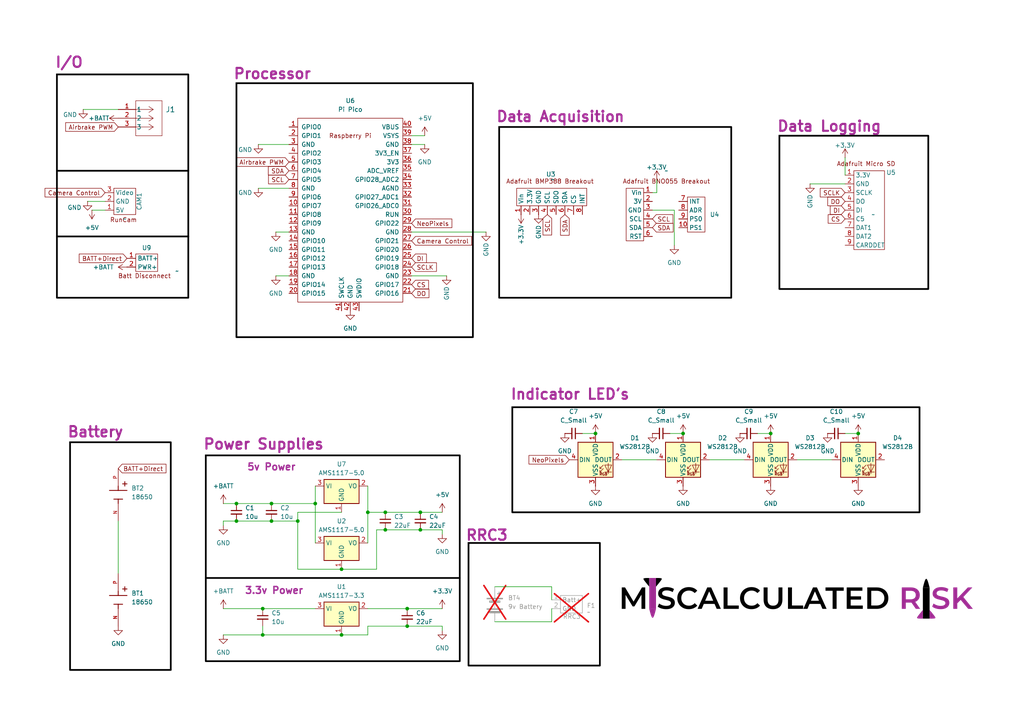
<source format=kicad_sch>
(kicad_sch (version 20231120) (generator "eeschema") (generator_version "8.0")
  (paper "A4")
  (title_block (title "Divide By Zero") (date "2024-09-21") (rev "1.0"))
  (lib_symbols
    (symbol "3 Pin Header (Servo):61300311121" (pin_names (offset 0.254))
      (property "Reference" "J" (at 8.89 6.35 0))
      (property "Value" "61300311121" (at 0 0 0))
      (symbol "61300311121_1_1"
        (pin unspecified line (at 0 0 0) (length 5.08) (name "1") (number "1"))
        (pin unspecified line (at 0 -2.54 0) (length 5.08) (name "2") (number "2"))
        (pin unspecified line (at 0 -5.08 0) (length 5.08) (name "3") (number "3"))
      )
      (symbol "61300311121_1_2"
        (pin unspecified line (at 0 0 0) (length 5.08) (name "1") (number "1"))
        (pin unspecified line (at 0 -2.54 0) (length 5.08) (name "2") (number "2"))
        (pin unspecified line (at 0 -5.08 0) (length 5.08) (name "3") (number "3"))
      )
    )
    (symbol "BH123A:BH123A" (pin_names (offset 1.016))
      (property "Reference" "BT" (at -3.81 3.81 0))
      (property "Value" "BH123A" (at -3.81 -5.08 0))
      (symbol "BH123A_0_0"
        (pin passive line (at 7.62 0 180) (length 5.08) (name "~") (number "N"))
        (pin passive line (at -7.62 0 0) (length 5.08) (name "~") (number "P"))
      )
    )
    (symbol "Device:Battery" (pin_numbers hide) (pin_names (offset 0) hide)
      (property "Reference" "BT" (at 2.54 2.54 0))
      (property "Value" "Battery" (at 2.54 0 0))
      (symbol "Battery_1_1"
        (pin passive line (at 0 5.08 270) (length 2.54) (name "+") (number "1"))
        (pin passive line (at 0 -5.08 90) (length 2.54) (name "-") (number "2"))
      )
    )
    (symbol "Device:C_Small" (pin_numbers hide) (pin_names (offset 0.254) hide)
      (property "Reference" "C" (at 0.254 1.778 0))
      (property "Value" "C_Small" (at 0.254 -2.032 0))
      (symbol "C_Small_1_1"
        (pin passive line (at 0 2.54 270) (length 2.032) (name "~") (number "1"))
        (pin passive line (at 0 -2.54 90) (length 2.032) (name "~") (number "2"))
      )
    )
    (symbol "LED:WS2812B" (pin_names (offset 0.254))
      (property "Reference" "D" (at 5.08 5.715 0))
      (property "Value" "WS2812B" (at 1.27 -5.715 0))
      (symbol "WS2812B_0_0"
        (text "RGB" (at 2.286 -4.191 0) (effects (font (size 0.762 0.762))))
      )
      (symbol "WS2812B_1_1"
        (pin power_in line (at 0 7.62 270) (length 2.54) (name "VDD") (number "1"))
        (pin output line (at 7.62 0 180) (length 2.54) (name "DOUT") (number "2"))
        (pin power_in line (at 0 -7.62 90) (length 2.54) (name "VSS") (number "3"))
        (pin input line (at -7.62 0 0) (length 2.54) (name "DIN") (number "4"))
      )
    )
    (symbol "Regulator_Linear:AMS1117-3.3"
      (property "Reference" "U" (at -3.81 3.175 0))
      (property "Value" "AMS1117-3.3" (at 0 3.175 0))
      (symbol "AMS1117-3.3_1_1"
        (pin power_in line (at 0 -7.62 90) (length 2.54) (name "GND") (number "1"))
        (pin power_out line (at 7.62 0 180) (length 2.54) (name "VO") (number "2"))
        (pin power_in line (at -7.62 0 0) (length 2.54) (name "VI") (number "3"))
      )
    )
    (symbol "Regulator_Linear:AMS1117-5.0"
      (property "Reference" "U" (at -3.81 3.175 0))
      (property "Value" "AMS1117-5.0" (at 0 3.175 0))
      (symbol "AMS1117-5.0_1_1"
        (pin power_in line (at 0 -7.62 90) (length 2.54) (name "GND") (number "1"))
        (pin power_out line (at 7.62 0 180) (length 2.54) (name "VO") (number "2"))
        (pin power_in line (at -7.62 0 0) (length 2.54) (name "VI") (number "3"))
      )
    )
    (symbol "SHC 2 Month Symbols:BMP388 Adafruit Breakout"
      (property "Reference" "U" (at 1.016 11.684 0))
      (symbol "BMP388 Adafruit Breakout_1_1"
        (text "Adafruit BMP388 Breakout" (at 5.842 0.508 900) (effects (font (size 1.27 1.27))))
        (pin input line (at -3.81 8.89 0) (length 2.54) (name "Vin") (number "1"))
        (pin input line (at -3.81 6.35 0) (length 2.54) (name "3.3V") (number "2"))
        (pin input line (at -3.81 3.81 0) (length 2.54) (name "GND") (number "3"))
        (pin input line (at -3.81 1.27 0) (length 2.54) (name "SCL") (number "4"))
        (pin input line (at -3.81 -1.27 0) (length 2.54) (name "SDO") (number "5"))
        (pin input line (at -3.81 -3.81 0) (length 2.54) (name "SDA") (number "6"))
        (pin input line (at -3.81 -6.35 0) (length 2.54) (name "CS") (number "7"))
        (pin input line (at -3.81 -8.89 0) (length 2.54) (name "INT") (number "8"))
      )
    )
    (symbol "SHC 2 Month Symbols:BNO055 Adafruit Breakout"
      (property "Reference" "U" (at -12.954 7.62 0))
      (symbol "BNO055 Adafruit Breakout_1_1"
        (text "Adafruit BNO055 Breakout" (at 0.254 9.652 0) (effects (font (size 1.27 1.27))))
        (pin input line (at -3.81 6.35 180) (length 2.54) (name "Vin") (number "1"))
        (pin input line (at 3.81 -3.81 0) (length 2.54) (name "PS1") (number "10"))
        (pin input line (at -3.81 3.81 180) (length 2.54) (name "3V") (number "2"))
        (pin input line (at -3.81 1.27 180) (length 2.54) (name "GND") (number "3"))
        (pin input line (at -3.81 -1.27 180) (length 2.54) (name "SCL") (number "4"))
        (pin input line (at -3.81 -3.81 180) (length 2.54) (name "SDA") (number "5"))
        (pin input line (at -3.81 -6.35 180) (length 2.54) (name "RST") (number "6"))
        (pin input line (at 3.81 3.81 0) (length 2.54) (name "INT") (number "7"))
        (pin input line (at 3.81 1.27 0) (length 2.54) (name "ADR") (number "8"))
        (pin input line (at 3.81 -1.27 0) (length 2.54) (name "PS0") (number "9"))
      )
    )
    (symbol "SHC 2 Month Symbols:Micro_SD_Adafruit_Breakout"
      (property "Reference" "U" (at 7.874 2.286 0))
      (symbol "Micro_SD_Adafruit_Breakout_1_1"
        (text "Adafruit Micro SD" (at 1.016 4.572 0) (effects (font (size 1.27 1.27))))
        (pin input line (at -5.08 1.27 0) (length 2.54) (name "3.3V") (number "1"))
        (pin input line (at -5.08 -1.27 0) (length 2.54) (name "GND") (number "2"))
        (pin input line (at -5.08 -3.81 0) (length 2.54) (name "SCLK") (number "3"))
        (pin input line (at -5.08 -6.35 0) (length 2.54) (name "DO") (number "4"))
        (pin input line (at -5.08 -8.89 0) (length 2.54) (name "DI") (number "5"))
        (pin input line (at -5.08 -11.43 0) (length 2.54) (name "C5") (number "6"))
        (pin input line (at -5.08 -13.97 0) (length 2.54) (name "DAT1") (number "7"))
        (pin input line (at -5.08 -16.51 0) (length 2.54) (name "DAT2") (number "8"))
        (pin input line (at -5.08 -19.05 0) (length 2.54) (name "CARDDET") (number "9"))
      )
    )
    (symbol "SHC 2 Month Symbols:Pi Pico" (pin_names (offset 1.016))
      (property "Reference" "U" (at -13.97 27.94 0))
      (property "Value" "Pi Pico" (at 0 19.05 0))
      (symbol "Pi Pico_0_0"
        (text "Raspberry Pi" (at 0 21.59 0) (effects (font (size 1.27 1.27))))
      )
      (symbol "Pi Pico_1_1"
        (pin bidirectional line (at -17.78 24.13 0) (length 2.54) (name "GPIO0") (number "1"))
        (pin bidirectional line (at -17.78 1.27 0) (length 2.54) (name "GPIO7") (number "10"))
        (pin bidirectional line (at -17.78 -1.27 0) (length 2.54) (name "GPIO8") (number "11"))
        (pin bidirectional line (at -17.78 -3.81 0) (length 2.54) (name "GPIO9") (number "12"))
        (pin power_in line (at -17.78 -6.35 0) (length 2.54) (name "GND") (number "13"))
        (pin bidirectional line (at -17.78 -8.89 0) (length 2.54) (name "GPIO10") (number "14"))
        (pin bidirectional line (at -17.78 -11.43 0) (length 2.54) (name "GPIO11") (number "15"))
        (pin bidirectional line (at -17.78 -13.97 0) (length 2.54) (name "GPIO12") (number "16"))
        (pin bidirectional line (at -17.78 -16.51 0) (length 2.54) (name "GPIO13") (number "17"))
        (pin power_in line (at -17.78 -19.05 0) (length 2.54) (name "GND") (number "18"))
        (pin bidirectional line (at -17.78 -21.59 0) (length 2.54) (name "GPIO14") (number "19"))
        (pin bidirectional line (at -17.78 21.59 0) (length 2.54) (name "GPIO1") (number "2"))
        (pin bidirectional line (at -17.78 -24.13 0) (length 2.54) (name "GPIO15") (number "20"))
        (pin bidirectional line (at 17.78 -24.13 180) (length 2.54) (name "GPIO16") (number "21"))
        (pin bidirectional line (at 17.78 -21.59 180) (length 2.54) (name "GPIO17") (number "22"))
        (pin power_in line (at 17.78 -19.05 180) (length 2.54) (name "GND") (number "23"))
        (pin bidirectional line (at 17.78 -16.51 180) (length 2.54) (name "GPIO18") (number "24"))
        (pin bidirectional line (at 17.78 -13.97 180) (length 2.54) (name "GPIO19") (number "25"))
        (pin bidirectional line (at 17.78 -11.43 180) (length 2.54) (name "GPIO20") (number "26"))
        (pin bidirectional line (at 17.78 -8.89 180) (length 2.54) (name "GPIO21") (number "27"))
        (pin power_in line (at 17.78 -6.35 180) (length 2.54) (name "GND") (number "28"))
        (pin bidirectional line (at 17.78 -3.81 180) (length 2.54) (name "GPIO22") (number "29"))
        (pin power_in line (at -17.78 19.05 0) (length 2.54) (name "GND") (number "3"))
        (pin input line (at 17.78 -1.27 180) (length 2.54) (name "RUN") (number "30"))
        (pin bidirectional line (at 17.78 1.27 180) (length 2.54) (name "GPIO26_ADC0") (number "31"))
        (pin bidirectional line (at 17.78 3.81 180) (length 2.54) (name "GPIO27_ADC1") (number "32"))
        (pin power_in line (at 17.78 6.35 180) (length 2.54) (name "AGND") (number "33"))
        (pin bidirectional line (at 17.78 8.89 180) (length 2.54) (name "GPIO28_ADC2") (number "34"))
        (pin unspecified line (at 17.78 11.43 180) (length 2.54) (name "ADC_VREF") (number "35"))
        (pin unspecified line (at 17.78 13.97 180) (length 2.54) (name "3V3") (number "36"))
        (pin input line (at 17.78 16.51 180) (length 2.54) (name "3V3_EN") (number "37"))
        (pin bidirectional line (at 17.78 19.05 180) (length 2.54) (name "GND") (number "38"))
        (pin unspecified line (at 17.78 21.59 180) (length 2.54) (name "VSYS") (number "39"))
        (pin bidirectional line (at -17.78 16.51 0) (length 2.54) (name "GPIO2") (number "4"))
        (pin unspecified line (at 17.78 24.13 180) (length 2.54) (name "VBUS") (number "40"))
        (pin input line (at -2.54 -29.21 90) (length 2.54) (name "SWCLK") (number "41"))
        (pin power_in line (at 0 -29.21 90) (length 2.54) (name "GND") (number "42"))
        (pin bidirectional line (at 2.54 -29.21 90) (length 2.54) (name "SWDIO") (number "43"))
        (pin bidirectional line (at -17.78 13.97 0) (length 2.54) (name "GPIO3") (number "5"))
        (pin bidirectional line (at -17.78 11.43 0) (length 2.54) (name "GPIO4") (number "6"))
        (pin bidirectional line (at -17.78 8.89 0) (length 2.54) (name "GPIO5") (number "7"))
        (pin power_in line (at -17.78 6.35 0) (length 2.54) (name "GND") (number "8"))
        (pin bidirectional line (at -17.78 3.81 0) (length 2.54) (name "GPIO6") (number "9"))
      )
    )
    (symbol "SHC 2 Month Symbols:Power_Disconnect"
      (property "Reference" "U" (at 1.778 2.286 0))
      (symbol "Power_Disconnect_1_1"
        (text "Batt Disconnect" (at 1.27 -5.08 0) (effects (font (size 1.27 1.27))))
        (pin input line (at -3.81 0 0) (length 2.54) (name "BATT+") (number "1"))
        (pin output line (at -3.81 -2.54 0) (length 2.54) (name "PWR+") (number "2"))
      )
    )
    (symbol "SHC 2 Month Symbols:RRC3"
      (property "Reference" "F" (at 2.032 2.54 0))
      (symbol "RRC3_1_1"
        (text "RRC3" (at 2.032 -4.826 0) (effects (font (size 1.27 1.27))))
        (pin input line (at -3.81 0 0) (length 2.54) (name "Batt+") (number "1"))
        (pin input line (at -3.81 -2.54 0) (length 2.54) (name "GND") (number "2"))
      )
    )
    (symbol "SHC 2 Month Symbols:RunCam_Phoenix_2_Nano"
      (property "Reference" "CAM" (at -6.096 -2.286 90))
      (symbol "RunCam_Phoenix_2_Nano_1_1"
        (text "RunCam" (at -1.524 4.064 0) (effects (font (size 1.27 1.27))))
        (pin input line (at 3.81 1.27 180) (length 2.54) (name "5V") (number "1"))
        (pin input line (at 3.81 -1.27 180) (length 2.54) (name "GND") (number "2"))
        (pin output line (at 3.81 -3.81 180) (length 2.54) (name "Video") (number "3"))
      )
    )
    (symbol "power:+3.3V" (power) (pin_numbers hide) (pin_names (offset 0) hide)
      (property "Value" "+3.3V" (at 0 3.556 0))
      (symbol "+3.3V_1_1"
        (pin power_in line (at 0 0 90) (length 0) (name "~") (number "1"))
      )
    )
    (symbol "power:+5V" (power) (pin_numbers hide) (pin_names (offset 0) hide)
      (property "Value" "+5V" (at 0 3.556 0))
      (symbol "+5V_1_1"
        (pin power_in line (at 0 0 90) (length 0) (name "~") (number "1"))
      )
    )
    (symbol "power:+BATT" (power) (pin_numbers hide) (pin_names (offset 0) hide)
      (property "Value" "+BATT" (at 0 3.556 0))
      (symbol "+BATT_1_1"
        (pin power_in line (at 0 0 90) (length 0) (name "~") (number "1"))
      )
    )
    (symbol "power:GND" (power) (pin_numbers hide) (pin_names (offset 0) hide)
      (property "Value" "GND" (at 0 -3.81 0))
      (symbol "GND_1_1"
        (pin power_in line (at 0 0 270) (length 0) (name "~") (number "1"))
      )
    )
  )
  (junction (at 248.92 125.73))
  (junction (at 121.92 148.59))
  (junction (at 172.72 125.73))
  (junction (at 118.11 176.53))
  (junction (at 91.44 146.05))
  (junction (at 223.52 125.73))
  (junction (at 111.76 148.59))
  (junction (at 86.36 151.13))
  (junction (at 78.74 146.05))
  (junction (at 78.74 151.13))
  (junction (at 106.68 148.59))
  (junction (at 198.12 125.73))
  (junction (at 118.11 181.61))
  (junction (at 76.2 184.15))
  (junction (at 99.06 184.15))
  (junction (at 99.06 165.1))
  (junction (at 76.2 176.53))
  (junction (at 68.58 151.13))
  (junction (at 68.58 146.05))
  (junction (at 111.76 153.67))
  (junction (at 121.92 153.67))
  (wire (pts (xy 231.14 133.35) (xy 241.3 133.35)))
  (wire (pts (xy 106.68 181.61) (xy 106.68 184.15)))
  (wire (pts (xy 109.22 165.1) (xy 109.22 153.67)))
  (wire (pts (xy 78.74 146.05) (xy 91.44 146.05)))
  (wire (pts (xy 143.51 170.18) (xy 160.02 170.18)))
  (wire (pts (xy 123.19 39.37) (xy 119.38 39.37)))
  (polyline (pts (xy 16.51 49.53) (xy 54.61 49.53)) (stroke (width 0.5) (color 0 0 0 1)))
  (wire (pts (xy 106.68 140.97) (xy 106.68 148.59)))
  (wire (pts (xy 111.76 153.67) (xy 121.92 153.67)))
  (wire (pts (xy 180.34 133.35) (xy 190.5 133.35)))
  (polyline (pts (xy 16.51 68.58) (xy 54.61 68.58)) (stroke (width 0.5) (color 0 0 0 1)))
  (wire (pts (xy 109.22 153.67) (xy 111.76 153.67)))
  (wire (pts (xy 245.11 45.72) (xy 245.11 50.8)))
  (wire (pts (xy 128.27 182.88) (xy 128.27 181.61)))
  (wire (pts (xy 195.58 60.96) (xy 195.58 71.12)))
  (wire (pts (xy 80.01 80.01) (xy 83.82 80.01)))
  (wire (pts (xy 64.77 151.13) (xy 68.58 151.13)))
  (wire (pts (xy 86.36 148.59) (xy 99.06 148.59)))
  (wire (pts (xy 64.77 146.05) (xy 68.58 146.05)))
  (wire (pts (xy 128.27 153.67) (xy 128.27 154.94)))
  (wire (pts (xy 140.97 67.31) (xy 119.38 67.31)))
  (wire (pts (xy 160.02 170.18) (xy 160.02 173.99)))
  (wire (pts (xy 86.36 151.13) (xy 86.36 148.59)))
  (wire (pts (xy 24.13 31.75) (xy 34.29 31.75)))
  (wire (pts (xy 205.74 133.35) (xy 215.9 133.35)))
  (wire (pts (xy 143.51 180.34) (xy 160.02 180.34)))
  (wire (pts (xy 34.29 151.13) (xy 34.29 166.37)))
  (wire (pts (xy 118.11 181.61) (xy 106.68 181.61)))
  (wire (pts (xy 76.2 176.53) (xy 91.44 176.53)))
  (wire (pts (xy 111.76 148.59) (xy 121.92 148.59)))
  (wire (pts (xy 118.11 181.61) (xy 128.27 181.61)))
  (wire (pts (xy 123.19 41.91) (xy 119.38 41.91)))
  (wire (pts (xy 26.67 60.96) (xy 30.48 60.96)))
  (wire (pts (xy 121.92 153.67) (xy 128.27 153.67)))
  (polyline (pts (xy 59.69 167.64) (xy 133.35 167.64)) (stroke (width 0.5) (color 0 0 0 1)))
  (wire (pts (xy 80.01 67.31) (xy 83.82 67.31)))
  (wire (pts (xy 64.77 151.13) (xy 64.77 152.4)))
  (wire (pts (xy 190.5 55.88) (xy 189.23 55.88)))
  (wire (pts (xy 160.02 180.34) (xy 160.02 176.53)))
  (wire (pts (xy 91.44 146.05) (xy 91.44 157.48)))
  (wire (pts (xy 194.31 125.73) (xy 198.12 125.73)))
  (wire (pts (xy 129.54 80.01) (xy 119.38 80.01)))
  (wire (pts (xy 118.11 176.53) (xy 128.27 176.53)))
  (wire (pts (xy 189.23 60.96) (xy 195.58 60.96)))
  (wire (pts (xy 99.06 184.15) (xy 76.2 184.15)))
  (wire (pts (xy 25.4 58.42) (xy 30.48 58.42)))
  (wire (pts (xy 64.77 176.53) (xy 76.2 176.53)))
  (wire (pts (xy 76.2 184.15) (xy 76.2 181.61)))
  (wire (pts (xy 190.5 52.07) (xy 190.5 55.88)))
  (wire (pts (xy 106.68 148.59) (xy 111.76 148.59)))
  (wire (pts (xy 86.36 151.13) (xy 86.36 165.1)))
  (wire (pts (xy 106.68 176.53) (xy 118.11 176.53)))
  (wire (pts (xy 219.71 125.73) (xy 223.52 125.73)))
  (wire (pts (xy 245.11 125.73) (xy 248.92 125.73)))
  (wire (pts (xy 74.93 54.61) (xy 83.82 54.61)))
  (wire (pts (xy 78.74 151.13) (xy 86.36 151.13)))
  (wire (pts (xy 74.93 41.91) (xy 83.82 41.91)))
  (wire (pts (xy 91.44 146.05) (xy 91.44 140.97)))
  (wire (pts (xy 68.58 146.05) (xy 78.74 146.05)))
  (wire (pts (xy 106.68 184.15) (xy 99.06 184.15)))
  (wire (pts (xy 86.36 165.1) (xy 99.06 165.1)))
  (wire (pts (xy 168.91 125.73) (xy 172.72 125.73)))
  (wire (pts (xy 99.06 165.1) (xy 109.22 165.1)))
  (wire (pts (xy 106.68 148.59) (xy 106.68 157.48)))
  (wire (pts (xy 234.95 53.34) (xy 245.11 53.34)))
  (wire (pts (xy 64.77 184.15) (xy 76.2 184.15)))
  (wire (pts (xy 68.58 151.13) (xy 78.74 151.13)))
  (wire (pts (xy 121.92 148.59) (xy 128.27 148.59)))
  (polyline (pts (xy 188.3093 170.1617) (xy 187.8808 169.6438) (xy 187.4785 169.1517) (xy 187.2955 168.9235) (xy 187.1289 168.7115) (xy 186.982 168.5188) (xy 186.8581 168.3488) (xy 186.8057 168.2732) (xy 186.7599 168.2037) (xy 186.7396 168.1712) (xy 186.7208 168.1401) (xy 186.7038 168.1105) (xy 186.6884 168.0821) (xy 186.6747 168.0551) (xy 186.6627 168.0294) (xy 186.6524 168.0049) (xy 186.6437 167.9817) (xy 186.6368 167.9596) (xy 186.6315 167.9386) (xy 186.628 167.9187) (xy 186.6262 167.8999) (xy 186.6261 167.8821) (xy 186.6277 167.8653) (xy 186.631 167.8494) (xy 186.6361 167.8344) (xy 186.6429 167.8204) (xy 186.6515 167.8071) (xy 186.6617 167.7946) (xy 186.6738 167.7829) (xy 186.6875 167.7719) (xy 186.7031 167.7616) (xy 186.7204 167.752) (xy 186.7394 167.743) (xy 186.7603 167.7345) (xy 186.7829 167.7265) (xy 186.8072 167.7191) (xy 186.8334 167.7121) (xy 186.891 167.6994) (xy 186.9553 167.6883) (xy 187.1023 167.6704) (xy 187.2707 167.6576) (xy 187.457 167.649) (xy 187.6575 167.6438) (xy 187.8688 167.6411) (xy 188.3093 167.64) (xy 188.3093 170.1617)) (stroke (width -0.0001) (type solid)) (fill (type color) (color 0 0 0 1)))
  (polyline (pts (xy 222.6358 173.8412) (xy 222.6374 173.9591) (xy 222.6422 174.073) (xy 222.6502 174.1828) (xy 222.6613 174.2885) (xy 222.6757 174.39) (xy 222.6933 174.4875) (xy 222.714 174.5809) (xy 222.738 174.6702) (xy 222.7652 174.7554) (xy 222.7955 174.8364) (xy 222.8291 174.9134) (xy 222.8658 174.9863) (xy 222.9057 175.0551) (xy 222.9489 175.1198) (xy 222.9952 175.1804) (xy 223.0447 175.2369) (xy 223.0983 175.2897) (xy 223.1545 175.339) (xy 223.2133 175.385) (xy 223.2747 175.4275) (xy 223.3388 175.4666) (xy 223.4056 175.5024) (xy 223.475 175.5347) (xy 223.547 175.5636) (xy 223.6217 175.5891) (xy 223.699 175.6113) (xy 223.7789 175.63) (xy 223.8615 175.6453) (xy 223.9467 175.6572) (xy 224.0346 175.6657) (xy 224.1251 175.6708) (xy 224.2182 175.6725) (xy 224.3113 175.6708) (xy 224.4017 175.6657) (xy 224.4894 175.6572) (xy 224.5744 175.6453) (xy 224.6566 175.63) (xy 224.7362 175.6113) (xy 224.813 175.5891) (xy 224.8872 175.5636) (xy 224.9586 175.5347) (xy 225.0273 175.5024) (xy 225.0933 175.4666) (xy 225.1566 175.4275) (xy 225.2172 175.385) (xy 225.2751 175.339) (xy 225.3303 175.2897) (xy 225.3828 175.2369) (xy 225.4323 175.1804) (xy 225.4786 175.1198) (xy 225.5218 175.0551) (xy 225.5617 174.9863) (xy 225.5984 174.9134) (xy 225.632 174.8364) (xy 225.6623 174.7554) (xy 225.6895 174.6702) (xy 225.7134 174.5809) (xy 225.7342 174.4875) (xy 225.7518 174.39) (xy 225.7662 174.2885) (xy 225.7773 174.1828) (xy 225.7853 174.073) (xy 225.7901 173.9591) (xy 225.7917 173.8412) (xy 225.7917 170.3741) (xy 226.9296 170.3741) (xy 226.9296 173.8856) (xy 226.9268 174.0532) (xy 226.9183 174.2157) (xy 226.904 174.3732) (xy 226.8841 174.5257) (xy 226.8585 174.6732) (xy 226.8271 174.8157) (xy 226.7901 174.9533) (xy 226.7474 175.0858) (xy 226.699 175.2133) (xy 226.6449 175.3358) (xy 226.5851 175.4533) (xy 226.5196 175.5658) (xy 226.4484 175.6734) (xy 226.3715 175.7759) (xy 226.2889 175.8734) (xy 226.2007 175.9659) (xy 226.1085 176.0531) (xy 226.012 176.1347) (xy 225.9113 176.2106) (xy 225.8062 176.2809) (xy 225.6968 176.3456) (xy 225.5831 176.4047) (xy 225.4651 176.4581) (xy 225.3428 176.506) (xy 225.2162 176.5482) (xy 225.0852 176.5847) (xy 224.95 176.6157) (xy 224.8105 176.641) (xy 224.6667 176.6607) (xy 224.5185 176.6747) (xy 224.3661 176.6832) (xy 224.2093 176.686) (xy 224.0514 176.6832) (xy 223.8979 176.6747) (xy 223.7486 176.6607) (xy 223.6037 176.641) (xy 223.463 176.6157) (xy 223.3267 176.5847) (xy 223.1947 176.5482) (xy 223.0669 176.506) (xy 222.9435 176.4581) (xy 222.8244 176.4047) (xy 222.7096 176.3456) (xy 222.5991 176.2809) (xy 222.4929 176.2106) (xy 222.391 176.1347) (xy 222.2934 176.0531) (xy 222.2002 175.9659) (xy 222.113 175.8734) (xy 222.0314 175.7759) (xy 221.9554 175.6734) (xy 221.8851 175.5658) (xy 221.8204 175.4533) (xy 221.7614 175.3358) (xy 221.7079 175.2133) (xy 221.6601 175.0858) (xy 221.6179 174.9533) (xy 221.5813 174.8157) (xy 221.5504 174.6732) (xy 221.5251 174.5257) (xy 221.5054 174.3732) (xy 221.4913 174.2157) (xy 221.4829 174.0532) (xy 221.4801 173.8856) (xy 221.4801 170.3741) (xy 222.6358 170.3741) (xy 222.6358 173.8412)) (stroke (width -0.0001) (type solid)) (fill (type color) (color 0 0 0 1)))
  (polyline (pts (xy 270.0527 177.4237) (xy 270.4549 177.9157) (xy 270.638 178.144) (xy 270.8046 178.356) (xy 270.9515 178.5487) (xy 271.0754 178.7187) (xy 271.1278 178.7943) (xy 271.1735 178.8637) (xy 271.1939 178.8962) (xy 271.2126 178.9273) (xy 271.2297 178.957) (xy 271.2451 178.9853) (xy 271.2588 179.0123) (xy 271.2708 179.038) (xy 271.2811 179.0625) (xy 271.2897 179.0858) (xy 271.2967 179.1079) (xy 271.3019 179.1289) (xy 271.3054 179.1487) (xy 271.3073 179.1676) (xy 271.3074 179.1854) (xy 271.3058 179.2022) (xy 271.3024 179.2181) (xy 271.2973 179.233) (xy 271.2905 179.2471) (xy 271.282 179.2604) (xy 271.2717 179.2728) (xy 271.2597 179.2845) (xy 271.2459 179.2955) (xy 271.2304 179.3058) (xy 271.2131 179.3155) (xy 271.194 179.3245) (xy 271.1732 179.333) (xy 271.1506 179.3409) (xy 271.1262 179.3484) (xy 271.1 179.3553) (xy 271.0424 179.368) (xy 270.9781 179.3791) (xy 270.8312 179.397) (xy 270.6628 179.4099) (xy 270.4765 179.4184) (xy 270.2759 179.4237) (xy 270.0646 179.4263) (xy 269.6241 179.4275) (xy 269.6241 176.9058) (xy 270.0527 177.4237)) (stroke (width -0.0001) (type solid)) (fill (type color) (color 160 43 147 1)))
  (polyline (pts (xy 199.8669 170.2862) (xy 199.9609 170.2894) (xy 200.0539 170.2946) (xy 200.1458 170.3019) (xy 200.2367 170.3112) (xy 200.3265 170.3227) (xy 200.4153 170.3362) (xy 200.503 170.3519) (xy 200.5898 170.3696) (xy 200.6754 170.3894) (xy 200.7601 170.4112) (xy 200.8436 170.4352) (xy 200.9262 170.4613) (xy 201.0077 170.4894) (xy 201.0882 170.5196) (xy 201.1676 170.5519) (xy 201.2457 170.5851) (xy 201.3223 170.6204) (xy 201.3974 170.6576) (xy 201.4709 170.6969) (xy 201.543 170.7382) (xy 201.6135 170.7815) (xy 201.6824 170.8268) (xy 201.7499 170.8742) (xy 201.8158 170.9235) (xy 201.8802 170.9749) (xy 201.943 171.0282) (xy 202.0043 171.0836) (xy 202.0641 171.141) (xy 202.1224 171.2004) (xy 202.1792 171.2619) (xy 202.2344 171.3253) (xy 201.4876 172.0276) (xy 201.4451 171.9828) (xy 201.4019 171.9394) (xy 201.3581 171.8975) (xy 201.3137 171.8571) (xy 201.2687 171.8181) (xy 201.223 171.7805) (xy 201.1767 171.7444) (xy 201.1298 171.7098) (xy 201.0823 171.6766) (xy 201.0341 171.6449) (xy 200.9853 171.6147) (xy 200.9359 171.5859) (xy 200.8858 171.5586) (xy 200.8352 171.5327) (xy 200.7839 171.5083) (xy 200.732 171.4853) (xy 200.6795 171.4627) (xy 200.6264 171.4416) (xy 200.5728 171.4219) (xy 200.5186 171.4037) (xy 200.4639 171.3869) (xy 200.4086 171.3716) (xy 200.3528 171.3577) (xy 200.2964 171.3453) (xy 200.2394 171.3344) (xy 200.1819 171.3249) (xy 200.1238 171.3169) (xy 200.0652 171.3103) (xy 200.006 171.3052) (xy 199.9463 171.3016) (xy 199.886 171.2994) (xy 199.8252 171.2986) (xy 199.7644 171.2993) (xy 199.7042 171.3011) (xy 199.6446 171.3043) (xy 199.5857 171.3086) (xy 199.5274 171.3143) (xy 199.4697 171.3211) (xy 199.4127 171.3293) (xy 199.3562 171.3387) (xy 199.3004 171.3493) (xy 199.2453 171.3612) (xy 199.1907 171.3743) (xy 199.1368 171.3887) (xy 199.0835 171.4043) (xy 199.0308 171.4212) (xy 198.9787 171.4393) (xy 198.9273 171.4587) (xy 198.8777 171.4792) (xy 198.8288 171.5008) (xy 198.7807 171.5234) (xy 198.7334 171.547) (xy 198.6868 171.5717) (xy 198.641 171.5974) (xy 198.596 171.6242) (xy 198.5517 171.652) (xy 198.5082 171.6809) (xy 198.4654 171.7108) (xy 198.4234 171.7417) (xy 198.3822 171.7737) (xy 198.3418 171.8067) (xy 198.3021 171.8408) (xy 198.2631 171.8759) (xy 198.225 171.9121) (xy 198.1888 171.9491) (xy 198.1536 171.9871) (xy 198.1193 172.0258) (xy 198.0861 172.0654) (xy 198.0538 172.1058) (xy 198.0225 172.1471) (xy 197.9921 172.1892) (xy 197.9627 172.2321) (xy 197.9343 172.2759) (xy 197.9069 172.3204) (xy 197.8804 172.3659) (xy 197.8549 172.4121) (xy 197.8304 172.4592) (xy 197.8069 172.5071) (xy 197.7843 172.5559) (xy 197.7627 172.6055) (xy 197.7433 172.6558) (xy 197.7252 172.7067) (xy 197.7083 172.7583) (xy 197.6927 172.8105) (xy 197.6783 172.8633) (xy 197.6652 172.9168) (xy 197.6533 172.9708) (xy 197.6427 173.0255) (xy 197.6333 173.0808) (xy 197.6252 173.1368) (xy 197.6183 173.1934) (xy 197.6127 173.2506) (xy 197.6083 173.3084) (xy 197.6052 173.3668) (xy 197.6033 173.4259) (xy 197.6027 173.4856) (xy 197.6033 173.5453) (xy 197.6052 173.6044) (xy 197.6083 173.6628) (xy 197.6127 173.7206) (xy 197.6183 173.7778) (xy 197.6252 173.8344) (xy 197.6333 173.8903) (xy 197.6427 173.9456) (xy 197.6533 174.0003) (xy 197.6652 174.0544) (xy 197.6783 174.1079) (xy 197.6927 174.1607) (xy 197.7083 174.2129) (xy 197.7252 174.2644) (xy 197.7433 174.3154) (xy 197.7627 174.3657) (xy 197.7843 174.4153) (xy 197.8069 174.464) (xy 197.8304 174.512) (xy 197.8549 174.5591) (xy 197.8804 174.6053) (xy 197.9069 174.6507) (xy 197.9343 174.6953) (xy 197.9627 174.7391) (xy 197.9921 174.782) (xy 198.0225 174.8241) (xy 198.0538 174.8653) (xy 198.0861 174.9058) (xy 198.1193 174.9454) (xy 198.1536 174.9841) (xy 198.1888 175.022) (xy 198.225 175.0591) (xy 198.2631 175.0953) (xy 198.3021 175.1304) (xy 198.3418 175.1644) (xy 198.3822 175.1975) (xy 198.4234 175.2295) (xy 198.4654 175.2604) (xy 198.5082 175.2903) (xy 198.5517 175.3192) (xy 198.596 175.347) (xy 198.641 175.3737) (xy 198.6868 175.3995) (xy 198.7334 175.4242) (xy 198.7807 175.4478) (xy 198.8288 175.4704) (xy 198.8777 175.492) (xy 198.9273 175.5125) (xy 198.9787 175.5319) (xy 199.0308 175.55) (xy 199.0835 175.5669) (xy 199.1368 175.5825) (xy 199.1907 175.5969) (xy 199.2453 175.61) (xy 199.3004 175.6219) (xy 199.3562 175.6325) (xy 199.4127 175.6419) (xy 199.4697 175.65) (xy 199.5274 175.6569) (xy 199.5857 175.6625) (xy 199.6446 175.6669) (xy 199.7042 175.67) (xy 199.7644 175.6719) (xy 199.8252 175.6725) (xy 199.886 175.6718) (xy 199.9463 175.6698) (xy 200.006 175.6663) (xy 200.0652 175.6614) (xy 200.1238 175.6552) (xy 200.1819 175.6475) (xy 200.2394 175.6385) (xy 200.2964 175.6281) (xy 200.3528 175.6163) (xy 200.4086 175.6031) (xy 200.4639 175.5885) (xy 200.5186 175.5725) (xy 200.5728 175.5552) (xy 200.6264 175.5364) (xy 200.6795 175.5163) (xy 200.732 175.4947) (xy 200.7839 175.4707) (xy 200.8352 175.4451) (xy 200.8858 175.4182) (xy 200.9359 175.3897) (xy 200.9853 175.3598) (xy 201.0341 175.3285) (xy 201.0823 175.2956) (xy 201.1298 175.2614) (xy 201.1767 175.2256) (xy 201.223 175.1884) (xy 201.2687 175.1498) (xy 201.3137 175.1097) (xy 201.3581 175.0681) (xy 201.4019 175.0251) (xy 201.4451 174.9806) (xy 201.4876 174.9347) (xy 202.2344 175.6459) (xy 202.1792 175.7083) (xy 202.1224 175.7688) (xy 202.0641 175.8274) (xy 202.0043 175.8842) (xy 201.943 175.9391) (xy 201.8802 175.9922) (xy 201.8158 176.0433) (xy 201.7499 176.0926) (xy 201.6824 176.14) (xy 201.6135 176.1855) (xy 201.543 176.2292) (xy 201.4709 176.2709) (xy 201.3974 176.3108) (xy 201.3223 176.3489) (xy 201.2457 176.385) (xy 201.1676 176.4193) (xy 201.0881 176.4516) (xy 201.0076 176.4818) (xy 200.9259 176.5099) (xy 200.8431 176.536) (xy 200.7592 176.5599) (xy 200.6742 176.5818) (xy 200.5881 176.6016) (xy 200.5008 176.6193) (xy 200.4125 176.6349) (xy 200.323 176.6485) (xy 200.2325 176.6599) (xy 200.1408 176.6693) (xy 200.048 176.6766) (xy 199.9541 176.6818) (xy 199.8591 176.6849) (xy 199.763 176.686) (xy 199.5867 176.6824) (xy 199.4997 176.6779) (xy 199.4135 176.6715) (xy 199.328 176.6634) (xy 199.2433 176.6535) (xy 199.1594 176.6417) (xy 199.0762 176.6282) (xy 198.9938 176.6129) (xy 198.9122 176.5957) (xy 198.8313 176.5767) (xy 198.7512 176.556) (xy 198.6718 176.5334) (xy 198.5932 176.509) (xy 198.5154 176.4828) (xy 198.4383 176.4548) (xy 198.3634 176.4241) (xy 198.2896 176.3919) (xy 198.217 176.3583) (xy 198.1455 176.3232) (xy 198.0753 176.2866) (xy 198.0062 176.2486) (xy 197.9383 176.2091) (xy 197.8716 176.1681) (xy 197.8061 176.1257) (xy 197.7417 176.0819) (xy 197.6786 176.0366) (xy 197.6166 175.9898) (xy 197.5558 175.9416) (xy 197.4961 175.8919) (xy 197.4377 175.8407) (xy 197.3804 175.7881) (xy 197.3256 175.7331) (xy 197.2724 175.6768) (xy 197.2206 175.6194) (xy 197.1704 175.5608) (xy 197.1217 175.5011) (xy 197.0746 175.4401) (xy 197.0289 175.378) (xy 196.9848 175.3147) (xy 196.9423 175.2502) (xy 196.9012 175.1845) (xy 196.8617 175.1177) (xy 196.8237 175.0497) (xy 196.7872 174.9805) (xy 196.7523 174.9101) (xy 196.7189 174.8385) (xy 196.687 174.7657) (xy 196.6569 174.692) (xy 196.6287 174.6174) (xy 196.6024 174.542) (xy 196.5781 174.4657) (xy 196.5557 174.3886) (xy 196.5353 174.3107) (xy 196.5169 174.2319) (xy 196.5003 174.1523) (xy 196.4857 174.0719) (xy 196.4731 173.9906) (xy 196.4624 173.9086) (xy 196.4537 173.8256) (xy 196.4468 173.7419) (xy 196.442 173.6573) (xy 196.4391 173.5718) (xy 196.4381 173.4856) (xy 196.4391 173.3993) (xy 196.442 173.3139) (xy 196.4468 173.2293) (xy 196.4537 173.1455) (xy 196.4624 173.0626) (xy 196.4731 172.9805) (xy 196.4857 172.8993) (xy 196.5003 172.8188) (xy 196.5169 172.7392) (xy 196.5353 172.6605) (xy 196.5557 172.5826) (xy 196.5781 172.5055) (xy 196.6024 172.4292) (xy 196.6287 172.3538) (xy 196.6569 172.2792) (xy 196.687 172.2054) (xy 196.7189 172.1327) (xy 196.7524 172.0612) (xy 196.7875 171.991) (xy 196.8243 171.9221) (xy 196.8626 171.8543) (xy 196.9025 171.7879) (xy 196.944 171.7227) (xy 196.9871 171.6587) (xy 197.0317 171.596) (xy 197.078 171.5345) (xy 197.1259 171.4743) (xy 197.1754 171.4153) (xy 197.2265 171.3576) (xy 197.2792 171.3011) (xy 197.3334 171.2459) (xy 197.3893 171.192) (xy 197.4466 171.1383) (xy 197.505 171.0863) (xy 197.5647 171.0358) (xy 197.6255 170.9869) (xy 197.6875 170.9397) (xy 197.7506 170.894) (xy 197.815 170.8499) (xy 197.8805 170.8075) (xy 197.9472 170.7666) (xy 198.0151 170.7273) (xy 198.0842 170.6896) (xy 198.1544 170.6536) (xy 198.2259 170.6191) (xy 198.2985 170.5862) (xy 198.3723 170.5549) (xy 198.4472 170.5252) (xy 198.5233 170.4962) (xy 198.6002 170.469) (xy 198.678 170.4436) (xy 198.7567 170.4202) (xy 198.8363 170.3986) (xy 198.9169 170.3789) (xy 198.9983 170.3611) (xy 199.0806 170.3452) (xy 199.1639 170.3311) (xy 199.248 170.3189) (xy 199.3331 170.3086) (xy 199.419 170.3002) (xy 199.5059 170.2936) (xy 199.5936 170.2889) (xy 199.6823 170.2861) (xy 199.7718 170.2852) (xy 199.8669 170.2862)) (stroke (width -0.0001) (type solid)) (fill (type color) (color 0 0 0 1)))
  (rectangle (start 226.06 39.37) (end 269.24 83.82) (stroke (width 0.5) (color 0 0 0 1)))
  (rectangle (start 135.89 157.48) (end 173.99 193.04) (stroke (width 0.5) (color 0 0 0 1)))
  (polyline (pts (xy 211.0246 175.6192) (xy 214.2783 175.6192) (xy 214.2783 176.5971) (xy 209.8689 176.5971) (xy 209.8689 170.3741) (xy 211.0246 170.3741) (xy 211.0246 175.6192)) (stroke (width -0.0001) (type solid)) (fill (type color) (color 0 0 0 1)))
  (polyline (pts (xy 190.2625 176.6142) (xy 188.3093 176.6142) (xy 188.3093 167.64) (xy 190.2625 167.64) (xy 190.2625 176.6142)) (stroke (width -0.0001) (type solid)) (fill (type color) (color 160 43 147 1)))
  (polyline (pts (xy 190.0184 177.56) (xy 189.8963 177.9952) (xy 189.7742 178.3851) (xy 189.7132 178.5583) (xy 189.6522 178.7146) (xy 189.5911 178.852) (xy 189.5301 178.9687) (xy 189.469 179.0627) (xy 189.408 179.1322) (xy 189.3775 179.1571) (xy 189.347 179.1752) (xy 189.3164 179.1863) (xy 189.2859 179.19) (xy 189.2554 179.1863) (xy 189.2249 179.1752) (xy 189.1944 179.1571) (xy 189.1638 179.1321) (xy 189.1333 179.1006) (xy 189.1028 179.0627) (xy 189.0723 179.0186) (xy 189.0418 178.9686) (xy 188.9807 178.852) (xy 188.9197 178.7146) (xy 188.8586 178.5583) (xy 188.7976 178.3851) (xy 188.7366 178.1967) (xy 188.6755 177.9952) (xy 188.5535 177.56) (xy 188.4314 177.0947) (xy 188.3093 176.6142) (xy 190.2625 176.6142) (xy 190.0184 177.56)) (stroke (width -0.0001) (type solid)) (fill (type color) (color 160 43 147 1)))
  (polyline (pts (xy 244.7123 171.352) (xy 242.6498 171.352) (xy 242.6498 176.5971) (xy 241.4941 176.5971) (xy 241.4941 171.352) (xy 239.4316 171.352) (xy 239.4316 170.3741) (xy 244.7123 170.3741) (xy 244.7123 171.352)) (stroke (width -0.0001) (type solid)) (fill (type color) (color 0 0 0 1)))
  (polyline (pts (xy 239.7516 176.5971) (xy 238.5426 176.5971) (xy 237.9241 175.1569) (xy 234.8116 175.1569) (xy 234.1954 176.5971) (xy 233.0041 176.5971) (xy 234.0603 174.2501) (xy 235.1996 174.2501) (xy 237.5346 174.2501) (xy 236.365 171.5267) (xy 235.1996 174.2501) (xy 234.0603 174.2501) (xy 235.8045 170.3741) (xy 236.9424 170.3741) (xy 239.7516 176.5971)) (stroke (width -0.0001) (type solid)) (fill (type color) (color 0 0 0 1)))
  (polyline (pts (xy 209.0777 176.5971) (xy 207.8686 176.5971) (xy 207.2501 175.1569) (xy 204.1377 175.1569) (xy 203.5214 176.5971) (xy 202.3302 176.5971) (xy 203.3863 174.2501) (xy 204.5257 174.2501) (xy 206.8607 174.2501) (xy 205.691 171.5267) (xy 204.5257 174.2501) (xy 203.3863 174.2501) (xy 205.1305 170.3741) (xy 206.2684 170.3741) (xy 209.0777 176.5971)) (stroke (width -0.0001) (type solid)) (fill (type color) (color 0 0 0 1)))
  (rectangle (start 148.59 118.11) (end 266.7 148.59) (stroke (width 0.5) (color 0 0 0 1)))
  (rectangle (start 144.78 36.83) (end 212.09 86.36) (stroke (width 0.5) (color 0 0 0 1)))
  (polyline (pts (xy 254.3858 170.3756) (xy 254.5096 170.3802) (xy 254.6314 170.3878) (xy 254.7513 170.3985) (xy 254.8692 170.4123) (xy 254.9852 170.4291) (xy 255.0992 170.449) (xy 255.2113 170.4719) (xy 255.3215 170.4978) (xy 255.4297 170.5269) (xy 255.536 170.559) (xy 255.6403 170.5941) (xy 255.7427 170.6323) (xy 255.8431 170.6736) (xy 255.9416 170.7179) (xy 256.0381 170.7652) (xy 256.1324 170.8153) (xy 256.224 170.8678) (xy 256.3129 170.9226) (xy 256.3993 170.9797) (xy 256.483 171.0392) (xy 256.564 171.1011) (xy 256.6424 171.1654) (xy 256.7182 171.232) (xy 256.7913 171.3009) (xy 256.8618 171.3723) (xy 256.9297 171.446) (xy 256.9949 171.522) (xy 257.0575 171.6004) (xy 257.1174 171.6812) (xy 257.1747 171.7643) (xy 257.2294 171.8498) (xy 257.281 171.9375) (xy 257.3294 172.0271) (xy 257.3744 172.1186) (xy 257.4161 172.2121) (xy 257.4544 172.3075) (xy 257.4894 172.4049) (xy 257.5211 172.5042) (xy 257.5494 172.6055) (xy 257.5744 172.7087) (xy 257.5961 172.8138) (xy 257.6144 172.9209) (xy 257.6294 173.03) (xy 257.6411 173.141) (xy 257.6494 173.2539) (xy 257.6544 173.3688) (xy 257.6561 173.4856) (xy 257.6544 173.6014) (xy 257.6494 173.7153) (xy 257.6411 173.8275) (xy 257.6294 173.9379) (xy 257.6144 174.0464) (xy 257.5961 174.1532) (xy 257.5744 174.2581) (xy 257.5494 174.3612) (xy 257.5211 174.4626) (xy 257.4894 174.5621) (xy 257.4544 174.6598) (xy 257.4161 174.7557) (xy 257.3744 174.8499) (xy 257.3294 174.9422) (xy 257.281 175.0327) (xy 257.2294 175.1213) (xy 257.1747 175.2068) (xy 257.1174 175.29) (xy 257.0575 175.3707) (xy 256.9949 175.4492) (xy 256.9297 175.5252) (xy 256.8618 175.5989) (xy 256.7913 175.6702) (xy 256.7182 175.7392) (xy 256.6424 175.8058) (xy 256.564 175.87) (xy 256.483 175.9319) (xy 256.3993 175.9915) (xy 256.3129 176.0486) (xy 256.224 176.1034) (xy 256.1324 176.1558) (xy 256.0381 176.2059) (xy 255.9416 176.2533) (xy 255.8431 176.2976) (xy 255.7427 176.3389) (xy 255.6403 176.3771) (xy 255.536 176.4122) (xy 255.4297 176.4443) (xy 255.3215 176.4733) (xy 255.2113 176.4993) (xy 255.0992 176.5222) (xy 254.9852 176.5421) (xy 254.8692 176.5589) (xy 254.7513 176.5726) (xy 254.6314 176.5833) (xy 254.5096 176.591) (xy 254.3858 176.5956) (xy 254.2601 176.5971) (xy 251.5398 176.5971) (xy 251.5398 175.6192) (xy 252.6955 175.6192) (xy 254.2068 175.6192) (xy 254.2938 175.6181) (xy 254.3793 175.615) (xy 254.4633 175.6098) (xy 254.5457 175.6025) (xy 254.6266 175.5931) (xy 254.706 175.5817) (xy 254.7839 175.5681) (xy 254.8602 175.5525) (xy 254.935 175.5348) (xy 255.0083 175.515) (xy 255.08 175.4931) (xy 255.1502 175.4692) (xy 255.2189 175.4431) (xy 255.2861 175.415) (xy 255.3517 175.3848) (xy 255.4158 175.3525) (xy 255.4793 175.3183) (xy 255.541 175.2825) (xy 255.6007 175.245) (xy 255.6586 175.2058) (xy 255.7146 175.165) (xy 255.7688 175.1225) (xy 255.821 175.0783) (xy 255.8714 175.0324) (xy 255.9199 174.9849) (xy 255.9666 174.9358) (xy 256.0113 174.8849) (xy 256.0542 174.8324) (xy 256.0952 174.7782) (xy 256.1344 174.7224) (xy 256.1716 174.6649) (xy 256.207 174.6057) (xy 256.2415 174.5451) (xy 256.2737 174.4832) (xy 256.3037 174.4201) (xy 256.3315 174.3557) (xy 256.357 174.2901) (xy 256.3804 174.2232) (xy 256.4015 174.155) (xy 256.4204 174.0857) (xy 256.4371 174.015) (xy 256.4515 173.9431) (xy 256.4637 173.87) (xy 256.4737 173.7956) (xy 256.4815 173.72) (xy 256.4871 173.6431) (xy 256.4904 173.565) (xy 256.4915 173.4856) (xy 256.4904 173.4052) (xy 256.4871 173.3261) (xy 256.4815 173.2485) (xy 256.4737 173.1722) (xy 256.4637 173.0973) (xy 256.4515 173.0239) (xy 256.4371 172.9518) (xy 256.4204 172.8811) (xy 256.4015 172.8117) (xy 256.3804 172.7438) (xy 256.357 172.6773) (xy 256.3315 172.6121) (xy 256.3037 172.5484) (xy 256.2737 172.486) (xy 256.2415 172.425) (xy 256.207 172.3654) (xy 256.1716 172.3063) (xy 256.1344 172.2488) (xy 256.0952 172.1929) (xy 256.0542 172.1387) (xy 256.0113 172.0862) (xy 255.9666 172.0354) (xy 255.9199 171.9862) (xy 255.8714 171.9387) (xy 255.821 171.8929) (xy 255.7688 171.8487) (xy 255.7146 171.8062) (xy 255.6586 171.7654) (xy 255.6007 171.7262) (xy 255.541 171.6887) (xy 255.4793 171.6529) (xy 255.4158 171.6187) (xy 255.3517 171.5864) (xy 255.2861 171.5562) (xy 255.2189 171.528) (xy 255.1502 171.502) (xy 255.08 171.478) (xy 255.0083 171.4562) (xy 254.935 171.4364) (xy 254.8602 171.4187) (xy 254.7839 171.403) (xy 254.706 171.3895) (xy 254.6266 171.378) (xy 254.5457 171.3687) (xy 254.4633 171.3614) (xy 254.3793 171.3562) (xy 254.2938 171.353) (xy 254.2068 171.352) (xy 252.6955 171.352) (xy 252.6955 175.6192) (xy 251.5398 175.6192) (xy 251.5398 170.3741) (xy 254.2601 170.3741) (xy 254.3858 170.3756)) (stroke (width -0.0001) (type solid)) (fill (type color) (color 0 0 0 1)))
  (polyline (pts (xy 273.1524 170.2874) (xy 273.292 170.2941) (xy 273.4313 170.3052) (xy 273.5704 170.3207) (xy 273.7091 170.3407) (xy 273.8476 170.3652) (xy 273.9858 170.3941) (xy 274.1238 170.4274) (xy 274.2593 170.4649) (xy 274.3905 170.5063) (xy 274.5171 170.5516) (xy 274.6394 170.6008) (xy 274.7572 170.6538) (xy 274.8705 170.7108) (xy 274.9255 170.7407) (xy 274.9794 170.7716) (xy 275.0322 170.8035) (xy 275.0839 170.8364) (xy 274.7194 171.7343) (xy 274.6145 171.6741) (xy 274.5088 171.6181) (xy 274.4023 171.5663) (xy 274.2949 171.5187) (xy 274.1867 171.4752) (xy 274.0776 171.4359) (xy 273.9678 171.4007) (xy 273.8571 171.3698) (xy 273.7465 171.3406) (xy 273.637 171.3153) (xy 273.5287 171.2939) (xy 273.4215 171.2764) (xy 273.3153 171.2628) (xy 273.2103 171.2531) (xy 273.1064 171.2473) (xy 273.0036 171.2453) (xy 272.8864 171.2471) (xy 272.7747 171.2525) (xy 272.6686 171.2616) (xy 272.568 171.2742) (xy 272.473 171.2905) (xy 272.4276 171.2999) (xy 272.3835 171.3103) (xy 272.3409 171.3216) (xy 272.2996 171.3338) (xy 272.2598 171.3469) (xy 272.2213 171.3609) (xy 272.1852 171.3756) (xy 272.1503 171.3909) (xy 272.1166 171.4067) (xy 272.0841 171.4231) (xy 272.0527 171.4401) (xy 272.0225 171.4576) (xy 271.9935 171.4756) (xy 271.9657 171.4942) (xy 271.9391 171.5134) (xy 271.9136 171.5331) (xy 271.8894 171.5534) (xy 271.8663 171.5742) (xy 271.8443 171.5956) (xy 271.8236 171.6176) (xy 271.8041 171.6401) (xy 271.7857 171.6631) (xy 271.7695 171.6867) (xy 271.7544 171.7106) (xy 271.7404 171.735) (xy 271.7274 171.7598) (xy 271.7154 171.785) (xy 271.7044 171.8107) (xy 271.6945 171.8367) (xy 271.6857 171.8632) (xy 271.6779 171.89) (xy 271.6711 171.9173) (xy 271.6654 171.945) (xy 271.6607 171.9732) (xy 271.657 172.0017) (xy 271.6544 172.0307) (xy 271.6529 172.0601) (xy 271.6523 172.0899) (xy 271.6531 172.125) (xy 271.6554 172.1593) (xy 271.6592 172.1928) (xy 271.6646 172.2254) (xy 271.6714 172.2572) (xy 271.6798 172.2882) (xy 271.6898 172.3184) (xy 271.7012 172.3477) (xy 271.7142 172.3761) (xy 271.7287 172.4038) (xy 271.7448 172.4306) (xy 271.7624 172.4566) (xy 271.7815 172.4817) (xy 271.8021 172.506) (xy 271.8242 172.5295) (xy 271.8479 172.5521) (xy 271.8739 172.573) (xy 271.9008 172.5933) (xy 271.9287 172.613) (xy 271.9574 172.6321) (xy 271.987 172.6508) (xy 272.0175 172.6688) (xy 272.049 172.6863) (xy 272.0813 172.7033) (xy 272.1145 172.7197) (xy 272.1487 172.7355) (xy 272.1837 172.7508) (xy 272.2196 172.7655) (xy 272.2565 172.7797) (xy 272.2942 172.7933) (xy 272.3329 172.8063) (xy 272.3724 172.8188) (xy 272.5413 172.8677) (xy 272.7191 172.9166) (xy 272.9058 172.9655) (xy 273.1014 173.0144) (xy 273.3009 173.0605) (xy 273.4992 173.11) (xy 273.6965 173.1628) (xy 273.8926 173.2189) (xy 273.9914 173.2489) (xy 274.0876 173.2811) (xy 274.1814 173.3156) (xy 274.2727 173.3522) (xy 274.3614 173.3911) (xy 274.4477 173.4322) (xy 274.5314 173.4756) (xy 274.6127 173.5211) (xy 274.6533 173.545) (xy 274.6929 173.5699) (xy 274.7314 173.5958) (xy 274.7688 173.6228) (xy 274.8053 173.6509) (xy 274.8406 173.6799) (xy 274.875 173.71) (xy 274.9083 173.7412) (xy 274.9406 173.7734) (xy 274.9718 173.8066) (xy 275.002 173.8409) (xy 275.0311 173.8762) (xy 275.0592 173.9126) (xy 275.0862 173.95) (xy 275.1122 173.9884) (xy 275.1372 174.0279) (xy 275.162 174.0685) (xy 275.1851 174.1105) (xy 275.2067 174.1538) (xy 275.2267 174.1985) (xy 275.245 174.2444) (xy 275.2618 174.2917) (xy 275.277 174.3402) (xy 275.2906 174.3901) (xy 275.3025 174.4414) (xy 275.3129 174.4939) (xy 275.3217 174.5478) (xy 275.3289 174.603) (xy 275.3345 174.6595) (xy 275.3385 174.7173) (xy 275.3409 174.7764) (xy 275.3417 174.8369) (xy 275.3406 174.8988) (xy 275.3374 174.9602) (xy 275.332 175.0211) (xy 275.3245 175.0813) (xy 275.3148 175.1411) (xy 275.3029 175.2002) (xy 275.2889 175.2589) (xy 275.2728 175.3169) (xy 275.2545 175.3744) (xy 275.234 175.4314) (xy 275.2114 175.4878) (xy 275.1867 175.5436) (xy 275.1597 175.5989) (xy 275.1307 175.6536) (xy 275.0995 175.7078) (xy 275.0661 175.7614) (xy 275.0316 175.813) (xy 274.9948 175.8634) (xy 274.9558 175.9125) (xy 274.9144 175.9603) (xy 274.8708 176.0069) (xy 274.8248 176.0523) (xy 274.7766 176.0964) (xy 274.726 176.1393) (xy 274.6732 176.1809) (xy 274.6181 176.2212) (xy 274.5607 176.2603) (xy 274.501 176.2982) (xy 274.439 176.3348) (xy 274.3747 176.3701) (xy 274.3082 176.4042) (xy 274.2393 176.4371) (xy 274.1682 176.4672) (xy 274.0947 176.4954) (xy 274.019 176.5217) (xy 273.9409 176.546) (xy 273.8606 176.5683) (xy 273.778 176.5888) (xy 273.6931 176.6072) (xy 273.6059 176.6238) (xy 273.5164 176.6383) (xy 273.4246 176.651) (xy 273.3306 176.6617) (xy 273.2342 176.6704) (xy 273.1355 176.6772) (xy 273.0346 176.6821) (xy 272.9313 176.685) (xy 272.8258 176.686) (xy 272.6446 176.6828) (xy 272.4652 176.6732) (xy 272.2878 176.6572) (xy 272.1124 176.6349) (xy 271.9389 176.6061) (xy 271.7674 176.571) (xy 271.5978 176.5294) (xy 271.4301 176.4815) (xy 271.2677 176.4264) (xy 271.1898 176.3974) (xy 271.1139 176.3676) (xy 271.0403 176.3369) (xy 270.9688 176.3052) (xy 270.8994 176.2727) (xy 270.8322 176.2393) (xy 270.7672 176.2049) (xy 270.7043 176.1697) (xy 270.6436 176.1335) (xy 270.585 176.0965) (xy 270.5286 176.0585) (xy 270.4743 176.0197) (xy 270.4222 175.9799) (xy 270.3722 175.9392) (xy 270.7722 175.0413) (xy 270.8196 175.0776) (xy 270.8684 175.1131) (xy 270.9185 175.1479) (xy 270.97 175.1819) (xy 271.023 175.2151) (xy 271.0773 175.2476) (xy 271.133 175.2793) (xy 271.1901 175.3103) (xy 271.2485 175.3404) (xy 271.3084 175.3698) (xy 271.3697 175.3985) (xy 271.4323 175.4264) (xy 271.4964 175.4535) (xy 271.5618 175.4799) (xy 271.6286 175.5055) (xy 271.6968 175.5303) (xy 271.7658 175.554) (xy 271.835 175.5761) (xy 271.9044 175.5968) (xy 271.974 175.6159) (xy 272.0439 175.6334) (xy 272.1139 175.6495) (xy 272.1842 175.664) (xy 272.2546 175.677) (xy 272.3253 175.6884) (xy 272.3962 175.6984) (xy 272.4673 175.7068) (xy 272.5386 175.7136) (xy 272.6101 175.719) (xy 272.6818 175.7228) (xy 272.7537 175.7251) (xy 272.8258 175.7259) (xy 272.9451 175.7242) (xy 273.0586 175.7192) (xy 273.1663 175.7109) (xy 273.2681 175.6992) (xy 273.3641 175.6842) (xy 273.4542 175.6659) (xy 273.5385 175.6442) (xy 273.5785 175.6321) (xy 273.617 175.6192) (xy 273.6542 175.6056) (xy 273.6901 175.5914) (xy 273.7247 175.5767) (xy 273.7582 175.5614) (xy 273.7903 175.5456) (xy 273.8212 175.5292) (xy 273.8509 175.5122) (xy 273.8793 175.4947) (xy 273.9064 175.4767) (xy 273.9323 175.4581) (xy 273.957 175.4389) (xy 273.9804 175.4192) (xy 274.0026 175.3989) (xy 274.0235 175.378) (xy 274.0431 175.3567) (xy 274.0615 175.3347) (xy 274.0788 175.3112) (xy 274.0949 175.2873) (xy 274.1099 175.2631) (xy 274.1238 175.2386) (xy 274.1365 175.2137) (xy 274.1482 175.1884) (xy 274.1588 175.1628) (xy 274.1682 175.1369) (xy 274.1765 175.1106) (xy 274.1838 175.084) (xy 274.1899 175.057) (xy 274.1949 175.0297) (xy 274.1988 175.002) (xy 274.2015 174.974) (xy 274.2032 174.9456) (xy 274.2038 174.9169) (xy 274.203 174.8818) (xy 274.2006 174.8476) (xy 274.1966 174.8143) (xy 274.191 174.7819) (xy 274.1838 174.7504) (xy 274.175 174.7198) (xy 274.1646 174.6901) (xy 274.1526 174.6613) (xy 274.1391 174.6334) (xy 274.1239 174.6064) (xy 274.1071 174.5803) (xy 274.0888 174.5552) (xy 274.0688 174.5309) (xy 274.0472 174.5075) (xy 274.0241 174.485) (xy 273.9993 174.4635) (xy 273.9733 174.4416) (xy 273.9462 174.4203) (xy 273.9182 174.3996) (xy 273.8893 174.3796) (xy 273.8593 174.3602) (xy 273.8284 174.3414) (xy 273.7966 174.3232) (xy 273.7637 174.3057) (xy 273.7299 174.2888) (xy 273.6951 174.2725) (xy 273.6593 174.2568) (xy 273.6226 174.2418) (xy 273.5849 174.2274) (xy 273.5462 174.2136) (xy 273.5065 174.2004) (xy 273.4659 174.1879) (xy 273.3846 174.1615) (xy 273.3009 174.1357) (xy 273.2146 174.1104) (xy 273.1259 174.0857) (xy 273.0346 174.0615) (xy 272.9408 174.0379) (xy 272.8446 174.0148) (xy 272.7458 173.9923) (xy 272.5497 173.9462) (xy 272.3524 173.8967) (xy 272.1541 173.844) (xy 271.9546 173.7878) (xy 271.8578 173.7558) (xy 271.7629 173.7217) (xy 271.67 173.6857) (xy 271.579 173.6478) (xy 271.49 173.608) (xy 271.4029 173.5661) (xy 271.3177 173.5224) (xy 271.2345 173.4767) (xy 271.195 173.4518) (xy 271.1563 173.4259) (xy 271.1186 173.399) (xy 271.0817 173.3711) (xy 271.0458 173.3423) (xy 271.0107 173.3125) (xy 270.9766 173.2817) (xy 270.9434 173.25) (xy 270.911 173.2173) (xy 270.8796 173.1836) (xy 270.8491 173.1489) (xy 270.8195 173.1133) (xy 270.7907 173.0767) (xy 270.7629 173.0391) (xy 270.736 173.0006) (xy 270.71 172.9611) (xy 270.6852 172.9204) (xy 270.6621 172.8783) (xy 270.6405 172.8348) (xy 270.6205 172.7899) (xy 270.6022 172.7437) (xy 270.5854 172.696) (xy 270.5702 172.647) (xy 270.5567 172.5966) (xy 270.5447 172.5448) (xy 270.5343 172.4916) (xy 270.5255 172.437) (xy 270.5183 172.381) (xy 270.5127 172.3236) (xy 270.5087 172.2649) (xy 270.5063 172.2047) (xy 270.5055 172.1432) (xy 270.5066 172.0802) (xy 270.5097 172.0179) (xy 270.5149 171.9563) (xy 270.5222 171.8954) (xy 270.5316 171.8352) (xy 270.543 171.7756) (xy 270.5566 171.7168) (xy 270.5722 171.6587) (xy 270.5899 171.6013) (xy 270.6097 171.5445) (xy 270.6316 171.4885) (xy 270.6556 171.4331) (xy 270.6816 171.3784) (xy 270.7097 171.3245) (xy 270.7399 171.2712) (xy 270.7722 171.2186) (xy 270.8078 171.166) (xy 270.8454 171.1147) (xy 270.8853 171.0649) (xy 270.9273 171.0164) (xy 270.9714 170.9693) (xy 271.0177 170.9236) (xy 271.0661 170.8793) (xy 271.1167 170.8364) (xy 271.1695 170.7948) (xy 271.2244 170.7547) (xy 271.2814 170.7159) (xy 271.3406 170.6786) (xy 271.402 170.6426) (xy 271.4655 170.608) (xy 271.5312 170.5748) (xy 271.599 170.543) (xy 271.6702 170.5118) (xy 271.7436 170.4826) (xy 271.8193 170.4554) (xy 271.8974 170.4302) (xy 271.9777 170.407) (xy 272.0603 170.3859) (xy 272.1452 170.3668) (xy 272.2324 170.3496) (xy 272.3219 170.3345) (xy 272.4137 170.3214) (xy 272.5078 170.3104) (xy 272.6041 170.3013) (xy 272.7028 170.2942) (xy 272.8037 170.2892) (xy 272.907 170.2862) (xy 273.0125 170.2852) (xy 273.1524 170.2874)) (stroke (width -0.0001) (type solid)) (fill (type color) (color 160 43 147 1)))
  (polyline (pts (xy 229.7033 175.6192) (xy 232.9571 175.6192) (xy 232.9571 176.5971) (xy 228.5476 176.5971) (xy 228.5476 170.3741) (xy 229.7033 170.3741) (xy 229.7033 175.6192)) (stroke (width -0.0001) (type solid)) (fill (type color) (color 0 0 0 1)))
  (polyline (pts (xy 250.1263 171.3431) (xy 246.7392 171.3431) (xy 246.7392 172.9611) (xy 249.744 172.9611) (xy 249.744 173.9123) (xy 246.7392 173.9123) (xy 246.7392 175.6281) (xy 250.2507 175.6281) (xy 250.2507 176.5971) (xy 245.5835 176.5971) (xy 245.5835 170.3741) (xy 250.1263 170.3741) (xy 250.1263 171.3431)) (stroke (width -0.0001) (type solid)) (fill (type color) (color 0 0 0 1)))
  (polyline (pts (xy 279.4007 173.1545) (xy 282.1781 176.5971) (xy 280.8268 176.5971) (xy 278.6354 173.9886) (xy 277.6442 175.0029) (xy 277.6442 176.5971) (xy 276.4885 176.5971) (xy 276.4885 170.3741) (xy 277.6442 170.3741) (xy 277.6442 173.5674) (xy 280.7201 170.3741) (xy 282.0181 170.3741) (xy 279.4007 173.1545)) (stroke (width -0.0001) (type solid)) (fill (type color) (color 160 43 147 1)))
  (polyline (pts (xy 264.2249 170.3751) (xy 264.3254 170.3783) (xy 264.4241 170.3835) (xy 264.5209 170.3908) (xy 264.6158 170.4001) (xy 264.7088 170.4116) (xy 264.8 170.4251) (xy 264.8893 170.4408) (xy 264.9767 170.4585) (xy 265.0622 170.4783) (xy 265.1459 170.5001) (xy 265.2276 170.5241) (xy 265.3076 170.5501) (xy 265.3856 170.5783) (xy 265.4617 170.6085) (xy 265.536 170.6408) (xy 265.6094 170.675) (xy 265.6806 170.7111) (xy 265.7497 170.7489) (xy 265.8166 170.7886) (xy 265.8814 170.83) (xy 265.944 170.8733) (xy 266.0044 170.9184) (xy 266.0627 170.9653) (xy 266.1189 171.014) (xy 266.1729 171.0644) (xy 266.2247 171.1167) (xy 266.2744 171.1709) (xy 266.322 171.2268) (xy 266.3674 171.2845) (xy 266.4106 171.344) (xy 266.4517 171.4053) (xy 266.4904 171.4683) (xy 266.5267 171.5327) (xy 266.5604 171.5986) (xy 266.5917 171.6659) (xy 266.6205 171.7347) (xy 266.6467 171.805) (xy 266.6705 171.8767) (xy 266.6917 171.9498) (xy 266.7105 172.0245) (xy 266.7267 172.1006) (xy 266.7405 172.1781) (xy 266.7517 172.2571) (xy 266.7605 172.3376) (xy 266.7667 172.4195) (xy 266.7705 172.5029) (xy 266.7717 172.5877) (xy 266.7705 172.6725) (xy 266.7667 172.7559) (xy 266.7605 172.8378) (xy 266.7517 172.9183) (xy 266.7405 172.9973) (xy 266.7267 173.0748) (xy 266.7105 173.1509) (xy 266.6917 173.2256) (xy 266.6705 173.2987) (xy 266.6467 173.3704) (xy 266.6205 173.4407) (xy 266.5917 173.5095) (xy 266.5604 173.5768) (xy 266.5267 173.6427) (xy 266.4904 173.7071) (xy 266.4517 173.7701) (xy 266.4106 173.8303) (xy 266.3674 173.8888) (xy 266.322 173.9456) (xy 266.2744 174.0006) (xy 266.2247 174.054) (xy 266.1729 174.1055) (xy 266.1189 174.1554) (xy 266.0627 174.2035) (xy 266.0044 174.2498) (xy 265.944 174.2944) (xy 265.8814 174.3373) (xy 265.8166 174.3785) (xy 265.7497 174.4179) (xy 265.6806 174.4556) (xy 265.6094 174.4915) (xy 265.536 174.5257) (xy 265.4617 174.5569) (xy 265.4514 174.5609) (xy 266.8784 176.5971) (xy 265.6338 176.5971) (xy 264.3658 174.7774) (xy 264.3254 174.7795) (xy 264.2249 174.7825) (xy 264.1225 174.7835) (xy 262.7179 174.7835) (xy 262.7179 176.5971) (xy 261.5622 176.5971) (xy 261.5622 173.8323) (xy 262.7179 173.8323) (xy 264.0692 173.8323) (xy 264.1632 173.831) (xy 264.2543 173.8272) (xy 264.3424 173.8207) (xy 264.4275 173.8117) (xy 264.5097 173.8002) (xy 264.5888 173.786) (xy 264.665 173.7693) (xy 264.7381 173.7501) (xy 264.8083 173.7282) (xy 264.8755 173.7038) (xy 264.9397 173.6768) (xy 265.0009 173.6473) (xy 265.0592 173.6151) (xy 265.1144 173.5805) (xy 265.1667 173.5432) (xy 265.216 173.5034) (xy 265.2633 173.4612) (xy 265.3077 173.4171) (xy 265.3489 173.371) (xy 265.3871 173.3228) (xy 265.4222 173.2726) (xy 265.4543 173.2204) (xy 265.4834 173.1662) (xy 265.5093 173.11) (xy 265.5323 173.0517) (xy 265.5521 172.9915) (xy 265.5689 172.9292) (xy 265.5827 172.865) (xy 265.5934 172.7987) (xy 265.601 172.7304) (xy 265.6056 172.66) (xy 265.6071 172.5877) (xy 265.6056 172.5143) (xy 265.601 172.4431) (xy 265.5934 172.374) (xy 265.5827 172.3071) (xy 265.5689 172.2423) (xy 265.5521 172.1797) (xy 265.5323 172.1193) (xy 265.5093 172.061) (xy 265.4834 172.0048) (xy 265.4543 171.9508) (xy 265.4222 171.899) (xy 265.3871 171.8493) (xy 265.3489 171.8017) (xy 265.3077 171.7563) (xy 265.2633 171.7131) (xy 265.216 171.672) (xy 265.1667 171.6333) (xy 265.1144 171.597) (xy 265.0592 171.5633) (xy 265.0009 171.532) (xy 264.9397 171.5033) (xy 264.8755 171.477) (xy 264.8083 171.4532) (xy 264.7381 171.432) (xy 264.665 171.4132) (xy 264.5888 171.397) (xy 264.5097 171.3832) (xy 264.4275 171.372) (xy 264.3424 171.3632) (xy 264.2543 171.357) (xy 264.1632 171.3532) (xy 264.0692 171.352) (xy 262.7179 171.352) (xy 262.7179 173.8323) (xy 261.5622 173.8323) (xy 261.5622 170.3741) (xy 264.1225 170.3741) (xy 264.2249 170.3751)) (stroke (width -0.0001) (type solid)) (fill (type color) (color 160 43 147 1)))
  (polyline (pts (xy 268.6781 167.8812) (xy 268.7086 167.8922) (xy 268.7391 167.9104) (xy 268.7696 167.9353) (xy 268.8001 167.9669) (xy 268.8307 168.0048) (xy 268.8612 168.0489) (xy 268.8917 168.0988) (xy 268.9527 168.2155) (xy 269.0138 168.3529) (xy 269.0748 168.5091) (xy 269.1358 168.6824) (xy 269.1969 168.8707) (xy 269.2579 169.0723) (xy 269.38 169.5074) (xy 269.5021 169.9728) (xy 269.6241 170.4532) (xy 267.6709 170.4532) (xy 267.9151 169.5074) (xy 268.0372 169.0723) (xy 268.1592 168.6824) (xy 268.2203 168.5091) (xy 268.2813 168.3529) (xy 268.3423 168.2155) (xy 268.4034 168.0988) (xy 268.4644 168.0048) (xy 268.5255 167.9353) (xy 268.556 167.9104) (xy 268.5865 167.8922) (xy 268.617 167.8812) (xy 268.6475 167.8775) (xy 268.6781 167.8812)) (stroke (width -0.0001) (type solid)) (fill (type color) (color 0 0 0 1)))
  (polyline (pts (xy 218.0662 170.2862) (xy 218.1602 170.2894) (xy 218.2532 170.2946) (xy 218.3451 170.3019) (xy 218.436 170.3112) (xy 218.5258 170.3227) (xy 218.6146 170.3362) (xy 218.7023 170.3519) (xy 218.7891 170.3696) (xy 218.8747 170.3894) (xy 218.9594 170.4112) (xy 219.0429 170.4352) (xy 219.1255 170.4613) (xy 219.207 170.4894) (xy 219.2874 170.5196) (xy 219.3669 170.5519) (xy 219.445 170.5851) (xy 219.5216 170.6204) (xy 219.5967 170.6576) (xy 219.6702 170.6969) (xy 219.7423 170.7382) (xy 219.8128 170.7815) (xy 219.8817 170.8268) (xy 219.9492 170.8742) (xy 220.0151 170.9235) (xy 220.0795 170.9749) (xy 220.1423 171.0282) (xy 220.2036 171.0836) (xy 220.2634 171.141) (xy 220.3217 171.2004) (xy 220.3784 171.2619) (xy 220.4337 171.3253) (xy 219.6869 172.0276) (xy 219.6444 171.9828) (xy 219.6012 171.9394) (xy 219.5574 171.8975) (xy 219.513 171.8571) (xy 219.468 171.8181) (xy 219.4223 171.7805) (xy 219.376 171.7444) (xy 219.3291 171.7098) (xy 219.2815 171.6766) (xy 219.2334 171.6449) (xy 219.1846 171.6147) (xy 219.1352 171.5859) (xy 219.0851 171.5586) (xy 219.0345 171.5327) (xy 218.9832 171.5083) (xy 218.9313 171.4853) (xy 218.8788 171.4627) (xy 218.8257 171.4416) (xy 218.7721 171.4219) (xy 218.7179 171.4037) (xy 218.6632 171.3869) (xy 218.6079 171.3716) (xy 218.552 171.3577) (xy 218.4956 171.3453) (xy 218.4387 171.3344) (xy 218.3812 171.3249) (xy 218.3231 171.3169) (xy 218.2645 171.3103) (xy 218.2053 171.3052) (xy 218.1456 171.3016) (xy 218.0853 171.2994) (xy 218.0245 171.2986) (xy 217.9637 171.2993) (xy 217.9035 171.3011) (xy 217.8439 171.3043) (xy 217.785 171.3086) (xy 217.7267 171.3143) (xy 217.669 171.3211) (xy 217.612 171.3293) (xy 217.5555 171.3387) (xy 217.4997 171.3493) (xy 217.4445 171.3612) (xy 217.39 171.3743) (xy 217.3361 171.3887) (xy 217.2828 171.4043) (xy 217.2301 171.4212) (xy 217.178 171.4393) (xy 217.1266 171.4587) (xy 217.077 171.4792) (xy 217.0281 171.5008) (xy 216.98 171.5234) (xy 216.9327 171.547) (xy 216.8861 171.5717) (xy 216.8403 171.5974) (xy 216.7953 171.6242) (xy 216.751 171.652) (xy 216.7075 171.6809) (xy 216.6647 171.7108) (xy 216.6227 171.7417) (xy 216.5815 171.7737) (xy 216.5411 171.8067) (xy 216.5014 171.8408) (xy 216.4624 171.8759) (xy 216.4243 171.9121) (xy 216.3881 171.9491) (xy 216.3529 171.9871) (xy 216.3186 172.0258) (xy 216.2854 172.0654) (xy 216.2531 172.1058) (xy 216.2218 172.1471) (xy 216.1914 172.1892) (xy 216.162 172.2321) (xy 216.1336 172.2759) (xy 216.1062 172.3204) (xy 216.0797 172.3659) (xy 216.0542 172.4121) (xy 216.0297 172.4592) (xy 216.0062 172.5071) (xy 215.9836 172.5559) (xy 215.962 172.6055) (xy 215.9426 172.6558) (xy 215.9245 172.7067) (xy 215.9076 172.7583) (xy 215.892 172.8105) (xy 215.8776 172.8633) (xy 215.8645 172.9168) (xy 215.8526 172.9708) (xy 215.842 173.0255) (xy 215.8326 173.0808) (xy 215.8245 173.1368) (xy 215.8176 173.1934) (xy 215.812 173.2506) (xy 215.8076 173.3084) (xy 215.8045 173.3668) (xy 215.8026 173.4259) (xy 215.802 173.4856) (xy 215.8026 173.5453) (xy 215.8045 173.6044) (xy 215.8076 173.6628) (xy 215.812 173.7206) (xy 215.8176 173.7778) (xy 215.8245 173.8344) (xy 215.8326 173.8903) (xy 215.842 173.9456) (xy 215.8526 174.0003) (xy 215.8645 174.0544) (xy 215.8776 174.1079) (xy 215.892 174.1607) (xy 215.9076 174.2129) (xy 215.9245 174.2644) (xy 215.9426 174.3154) (xy 215.962 174.3657) (xy 215.9836 174.4153) (xy 216.0062 174.464) (xy 216.0297 174.512) (xy 216.0542 174.5591) (xy 216.0797 174.6053) (xy 216.1062 174.6507) (xy 216.1336 174.6953) (xy 216.162 174.7391) (xy 216.1914 174.782) (xy 216.2218 174.8241) (xy 216.2531 174.8653) (xy 216.2854 174.9058) (xy 216.3186 174.9454) (xy 216.3529 174.9841) (xy 216.3881 175.022) (xy 216.4243 175.0591) (xy 216.4624 175.0953) (xy 216.5014 175.1304) (xy 216.5411 175.1644) (xy 216.5815 175.1975) (xy 216.6227 175.2295) (xy 216.6647 175.2604) (xy 216.7075 175.2903) (xy 216.751 175.3192) (xy 216.7953 175.347) (xy 216.8403 175.3737) (xy 216.8861 175.3995) (xy 216.9327 175.4242) (xy 216.98 175.4478) (xy 217.0281 175.4704) (xy 217.077 175.492) (xy 217.1266 175.5125) (xy 217.178 175.5319) (xy 217.2301 175.55) (xy 217.2828 175.5669) (xy 217.3361 175.5825) (xy 217.39 175.5969) (xy 217.4445 175.61) (xy 217.4997 175.6219) (xy 217.5555 175.6325) (xy 217.612 175.6419) (xy 217.669 175.65) (xy 217.7267 175.6569) (xy 217.785 175.6625) (xy 217.8439 175.6669) (xy 217.9035 175.67) (xy 217.9637 175.6719) (xy 218.0245 175.6725) (xy 218.0853 175.6718) (xy 218.1456 175.6698) (xy 218.2053 175.6663) (xy 218.2645 175.6614) (xy 218.3231 175.6552) (xy 218.3812 175.6475) (xy 218.4387 175.6385) (xy 218.4956 175.6281) (xy 218.552 175.6163) (xy 218.6079 175.6031) (xy 218.6632 175.5885) (xy 218.7179 175.5725) (xy 218.7721 175.5552) (xy 218.8257 175.5364) (xy 218.8788 175.5163) (xy 218.9313 175.4947) (xy 218.9832 175.4707) (xy 219.0345 175.4451) (xy 219.0851 175.4182) (xy 219.1352 175.3897) (xy 219.1846 175.3598) (xy 219.2334 175.3285) (xy 219.2815 175.2956) (xy 219.3291 175.2614) (xy 219.376 175.2256) (xy 219.4223 175.1884) (xy 219.468 175.1498) (xy 219.513 175.1097) (xy 219.5574 175.0681) (xy 219.6012 175.0251) (xy 219.6444 174.9806) (xy 219.6869 174.9347) (xy 220.4337 175.6459) (xy 220.3784 175.7083) (xy 220.3217 175.7688) (xy 220.2634 175.8274) (xy 220.2036 175.8842) (xy 220.1423 175.9391) (xy 220.0795 175.9922) (xy 220.0151 176.0433) (xy 219.9492 176.0926) (xy 219.8817 176.14) (xy 219.8128 176.1855) (xy 219.7423 176.2292) (xy 219.6702 176.2709) (xy 219.5967 176.3108) (xy 219.5216 176.3489) (xy 219.445 176.385) (xy 219.3669 176.4193) (xy 219.2874 176.4516) (xy 219.2068 176.4818) (xy 219.1252 176.5099) (xy 219.0424 176.536) (xy 218.9585 176.5599) (xy 218.8735 176.5818) (xy 218.7874 176.6016) (xy 218.7001 176.6193) (xy 218.6118 176.6349) (xy 218.5223 176.6485) (xy 218.4317 176.6599) (xy 218.3401 176.6693) (xy 218.2473 176.6766) (xy 218.1534 176.6818) (xy 218.0584 176.6849) (xy 217.9622 176.686) (xy 217.786 176.6824) (xy 217.699 176.6779) (xy 217.6128 176.6715) (xy 217.5273 176.6634) (xy 217.4426 176.6535) (xy 217.3587 176.6417) (xy 217.2755 176.6282) (xy 217.1931 176.6129) (xy 217.1114 176.5957) (xy 217.0306 176.5767) (xy 216.9505 176.556) (xy 216.8711 176.5334) (xy 216.7925 176.509) (xy 216.7147 176.4828) (xy 216.6376 176.4548) (xy 216.5627 176.4241) (xy 216.4889 176.3919) (xy 216.4163 176.3583) (xy 216.3448 176.3232) (xy 216.2746 176.2866) (xy 216.2055 176.2486) (xy 216.1376 176.2091) (xy 216.0709 176.1681) (xy 216.0054 176.1257) (xy 215.941 176.0819) (xy 215.8779 176.0366) (xy 215.8159 175.9898) (xy 215.7551 175.9416) (xy 215.6954 175.8919) (xy 215.637 175.8407) (xy 215.5797 175.7881) (xy 215.5249 175.7331) (xy 215.4717 175.6768) (xy 215.4199 175.6194) (xy 215.3697 175.5608) (xy 215.321 175.5011) (xy 215.2739 175.4401) (xy 215.2282 175.378) (xy 215.1841 175.3147) (xy 215.1415 175.2502) (xy 215.1005 175.1845) (xy 215.061 175.1177) (xy 215.023 175.0497) (xy 214.9865 174.9805) (xy 214.9516 174.9101) (xy 214.9182 174.8385) (xy 214.8863 174.7657) (xy 214.8562 174.692) (xy 214.828 174.6174) (xy 214.8017 174.542) (xy 214.7774 174.4657) (xy 214.755 174.3886) (xy 214.7346 174.3107) (xy 214.7161 174.2319) (xy 214.6996 174.1523) (xy 214.685 174.0719) (xy 214.6724 173.9906) (xy 214.6617 173.9086) (xy 214.6529 173.8256) (xy 214.6461 173.7419) (xy 214.6413 173.6573) (xy 214.6384 173.5718) (xy 214.6374 173.4856) (xy 214.6384 173.3993) (xy 214.6413 173.3139) (xy 214.6461 173.2293) (xy 214.6529 173.1455) (xy 214.6617 173.0626) (xy 214.6724 172.9805) (xy 214.685 172.8993) (xy 214.6996 172.8188) (xy 214.7161 172.7392) (xy 214.7346 172.6605) (xy 214.755 172.5826) (xy 214.7774 172.5055) (xy 214.8017 172.4292) (xy 214.828 172.3538) (xy 214.8562 172.2792) (xy 214.8863 172.2054) (xy 214.9182 172.1327) (xy 214.9517 172.0612) (xy 214.9868 171.991) (xy 215.0235 171.9221) (xy 215.0618 171.8543) (xy 215.1018 171.7879) (xy 215.1432 171.7227) (xy 215.1863 171.6587) (xy 215.231 171.596) (xy 215.2773 171.5345) (xy 215.3252 171.4743) (xy 215.3747 171.4153) (xy 215.4258 171.3576) (xy 215.4785 171.3011) (xy 215.5327 171.2459) (xy 215.5886 171.192) (xy 215.6459 171.1383) (xy 215.7043 171.0863) (xy 215.764 171.0358) (xy 215.8248 170.9869) (xy 215.8867 170.9397) (xy 215.9499 170.894) (xy 216.0143 170.8499) (xy 216.0798 170.8075) (xy 216.1465 170.7666) (xy 216.2144 170.7273) (xy 216.2835 170.6896) (xy 216.3537 170.6536) (xy 216.4251 170.6191) (xy 216.4978 170.5862) (xy 216.5716 170.5549) (xy 216.6465 170.5252) (xy 216.7225 170.4962) (xy 216.7995 170.469) (xy 216.8773 170.4436) (xy 216.956 170.4202) (xy 217.0356 170.3986) (xy 217.1162 170.3789) (xy 217.1976 170.3611) (xy 217.2799 170.3452) (xy 217.3632 170.3311) (xy 217.4473 170.3189) (xy 217.5324 170.3086) (xy 217.6183 170.3002) (xy 217.7052 170.2936) (xy 217.7929 170.2889) (xy 217.8816 170.2861) (xy 217.9711 170.2852) (xy 218.0662 170.2862)) (stroke (width -0.0001) (type solid)) (fill (type color) (color 0 0 0 1)))
  (polyline (pts (xy 190.703 167.6411) (xy 190.9143 167.6438) (xy 191.1149 167.649) (xy 191.3012 167.6576) (xy 191.4696 167.6704) (xy 191.6165 167.6883) (xy 191.6808 167.6994) (xy 191.7384 167.7121) (xy 191.7646 167.7191) (xy 191.789 167.7265) (xy 191.8116 167.7345) (xy 191.8324 167.743) (xy 191.8515 167.752) (xy 191.8688 167.7616) (xy 191.8843 167.7719) (xy 191.8981 167.7829) (xy 191.9101 167.7946) (xy 191.9204 167.8071) (xy 191.9289 167.8204) (xy 191.9357 167.8344) (xy 191.9408 167.8494) (xy 191.9441 167.8653) (xy 191.9458 167.8821) (xy 191.9457 167.8999) (xy 191.9438 167.9187) (xy 191.9403 167.9386) (xy 191.9351 167.9596) (xy 191.9281 167.9817) (xy 191.9195 168.0049) (xy 191.9092 168.0294) (xy 191.8971 168.0551) (xy 191.8834 168.0821) (xy 191.8681 168.1105) (xy 191.851 168.1401) (xy 191.8323 168.1712) (xy 191.8119 168.2037) (xy 191.7661 168.2732) (xy 191.7138 168.3488) (xy 191.5899 168.5188) (xy 191.443 168.7115) (xy 191.2764 168.9235) (xy 191.0933 169.1517) (xy 190.6911 169.6438) (xy 190.2625 170.1617) (xy 190.2625 167.64) (xy 190.703 167.6411)) (stroke (width -0.0001) (type solid)) (fill (type color) (color 0 0 0 1)))
  (rectangle (start 59.69 132.08) (end 133.35 191.77) (stroke (width 0.5) (color 0 0 0 1)))
  (rectangle (start 68.58 24.13) (end 137.16 97.79) (stroke (width 0.5) (color 0 0 0 1)))
  (polyline (pts (xy 269.6241 179.4275) (xy 267.6709 179.4275) (xy 267.6709 170.4532) (xy 269.6241 170.4532) (xy 269.6241 179.4275)) (stroke (width -0.0001) (type solid)) (fill (type color) (color 0 0 0 1)))
  (polyline (pts (xy 183.7606 174.4978) (xy 186.1896 170.3741) (xy 187.1408 170.3741) (xy 187.1497 176.5971) (xy 186.0563 176.5971) (xy 186.0481 172.4741) (xy 184.0027 175.8859) (xy 183.4871 175.8859) (xy 181.4424 172.5279) (xy 181.4424 176.5971) (xy 180.34 176.5971) (xy 180.34 170.3741) (xy 181.2912 170.3741) (xy 183.7606 174.4978)) (stroke (width -0.0001) (type solid)) (fill (type color) (color 0 0 0 1)))
  (rectangle (start 16.51 21.59) (end 54.61 86.36) (stroke (width 0.5) (color 0 0 0 1)))
  (polyline (pts (xy 193.5465 170.2874) (xy 193.6861 170.2941) (xy 193.8254 170.3052) (xy 193.9645 170.3207) (xy 194.1032 170.3408) (xy 194.2417 170.3652) (xy 194.3799 170.3941) (xy 194.5179 170.4274) (xy 194.6534 170.4649) (xy 194.7846 170.5063) (xy 194.9112 170.5516) (xy 195.0335 170.6008) (xy 195.1513 170.6538) (xy 195.2646 170.7108) (xy 195.3196 170.7407) (xy 195.3735 170.7716) (xy 195.4263 170.8035) (xy 195.478 170.8364) (xy 195.1135 171.7343) (xy 195.0086 171.6741) (xy 194.9029 171.6181) (xy 194.7964 171.5663) (xy 194.689 171.5187) (xy 194.5808 171.4752) (xy 194.4717 171.4359) (xy 194.3619 171.4007) (xy 194.2512 171.3698) (xy 194.1406 171.3406) (xy 194.0311 171.3153) (xy 193.9228 171.2939) (xy 193.8155 171.2764) (xy 193.7094 171.2628) (xy 193.6044 171.2531) (xy 193.5005 171.2473) (xy 193.3977 171.2453) (xy 193.2805 171.2471) (xy 193.1688 171.2525) (xy 193.0627 171.2616) (xy 192.9621 171.2742) (xy 192.8671 171.2905) (xy 192.8217 171.2999) (xy 192.7776 171.3103) (xy 192.735 171.3216) (xy 192.6937 171.3338) (xy 192.6539 171.3469) (xy 192.6154 171.3609) (xy 192.5793 171.3756) (xy 192.5444 171.3909) (xy 192.5107 171.4067) (xy 192.4782 171.4231) (xy 192.4468 171.4401) (xy 192.4166 171.4576) (xy 192.3876 171.4756) (xy 192.3598 171.4942) (xy 192.3332 171.5134) (xy 192.3077 171.5331) (xy 192.2834 171.5534) (xy 192.2604 171.5742) (xy 192.2384 171.5956) (xy 192.2177 171.6176) (xy 192.1982 171.6401) (xy 192.1798 171.6631) (xy 192.1636 171.6867) (xy 192.1485 171.7106) (xy 192.1345 171.735) (xy 192.1214 171.7598) (xy 192.1095 171.785) (xy 192.0985 171.8107) (xy 192.0886 171.8367) (xy 192.0798 171.8632) (xy 192.072 171.89) (xy 192.0652 171.9173) (xy 192.0595 171.9451) (xy 192.0548 171.9732) (xy 192.0511 172.0017) (xy 192.0485 172.0307) (xy 192.047 172.0601) (xy 192.0464 172.0899) (xy 192.0472 172.125) (xy 192.0495 172.1593) (xy 192.0533 172.1928) (xy 192.0587 172.2254) (xy 192.0655 172.2572) (xy 192.0739 172.2882) (xy 192.0839 172.3184) (xy 192.0953 172.3477) (xy 192.1083 172.3761) (xy 192.1228 172.4038) (xy 192.1389 172.4306) (xy 192.1565 172.4566) (xy 192.1756 172.4817) (xy 192.1962 172.506) (xy 192.2183 172.5295) (xy 192.242 172.5521) (xy 192.268 172.573) (xy 192.2949 172.5933) (xy 192.3228 172.613) (xy 192.3515 172.6322) (xy 192.3811 172.6508) (xy 192.4116 172.6688) (xy 192.443 172.6863) (xy 192.4754 172.7033) (xy 192.5086 172.7197) (xy 192.5427 172.7355) (xy 192.5778 172.7508) (xy 192.6137 172.7655) (xy 192.6506 172.7797) (xy 192.6883 172.7933) (xy 192.727 172.8063) (xy 192.7665 172.8188) (xy 192.9354 172.8677) (xy 193.1132 172.9166) (xy 193.2999 172.9655) (xy 193.4955 173.0144) (xy 193.695 173.0605) (xy 193.8933 173.11) (xy 194.0906 173.1628) (xy 194.2867 173.2189) (xy 194.3855 173.2489) (xy 194.4817 173.2811) (xy 194.5755 173.3156) (xy 194.6668 173.3522) (xy 194.7555 173.3911) (xy 194.8418 173.4323) (xy 194.9255 173.4756) (xy 195.0068 173.5212) (xy 195.0474 173.545) (xy 195.087 173.5699) (xy 195.1255 173.5958) (xy 195.1629 173.6228) (xy 195.1994 173.6509) (xy 195.2348 173.6799) (xy 195.2691 173.71) (xy 195.3024 173.7412) (xy 195.3347 173.7734) (xy 195.3659 173.8066) (xy 195.3961 173.8409) (xy 195.4252 173.8762) (xy 195.4533 173.9126) (xy 195.4803 173.95) (xy 195.5063 173.9884) (xy 195.5313 174.0279) (xy 195.5561 174.0685) (xy 195.5792 174.1105) (xy 195.6008 174.1538) (xy 195.6208 174.1985) (xy 195.6391 174.2444) (xy 195.6559 174.2917) (xy 195.6711 174.3402) (xy 195.6847 174.3901) (xy 195.6967 174.4414) (xy 195.707 174.4939) (xy 195.7158 174.5478) (xy 195.723 174.603) (xy 195.7286 174.6595) (xy 195.7326 174.7173) (xy 195.735 174.7764) (xy 195.7358 174.8369) (xy 195.7347 174.8988) (xy 195.7315 174.9602) (xy 195.7261 175.0211) (xy 195.7186 175.0813) (xy 195.7089 175.1411) (xy 195.697 175.2003) (xy 195.683 175.2589) (xy 195.6669 175.3169) (xy 195.6486 175.3744) (xy 195.6281 175.4314) (xy 195.6055 175.4878) (xy 195.5808 175.5436) (xy 195.5539 175.5989) (xy 195.5248 175.6536) (xy 195.4936 175.7078) (xy 195.4602 175.7614) (xy 195.4257 175.813) (xy 195.3889 175.8634) (xy 195.3499 175.9125) (xy 195.3085 175.9603) (xy 195.2649 176.0069) (xy 195.2189 176.0523) (xy 195.1707 176.0964) (xy 195.1202 176.1393) (xy 195.0673 176.1809) (xy 195.0122 176.2212) (xy 194.9548 176.2603) (xy 194.8951 176.2982) (xy 194.8331 176.3348) (xy 194.7689 176.3701) (xy 194.7023 176.4042) (xy 194.6334 176.4371) (xy 194.5623 176.4672) (xy 194.4888 176.4954) (xy 194.4131 176.5217) (xy 194.3351 176.546) (xy 194.2547 176.5683) (xy 194.1721 176.5888) (xy 194.0872 176.6072) (xy 194 176.6238) (xy 193.9105 176.6383) (xy 193.8187 176.651) (xy 193.7247 176.6617) (xy 193.6283 176.6704) (xy 193.5296 176.6772) (xy 193.4287 176.6821) (xy 193.3255 176.685) (xy 193.2199 176.686) (xy 193.0386 176.6828) (xy 192.8593 176.6732) (xy 192.6819 176.6572) (xy 192.5065 176.6349) (xy 192.333 176.6061) (xy 192.1615 176.571) (xy 191.9918 176.5294) (xy 191.8242 176.4815) (xy 191.6618 176.4264) (xy 191.5838 176.3974) (xy 191.508 176.3676) (xy 191.4344 176.3369) (xy 191.3629 176.3052) (xy 191.2935 176.2727) (xy 191.2263 176.2393) (xy 191.1613 176.2049) (xy 191.0984 176.1697) (xy 191.0377 176.1335) (xy 190.9791 176.0965) (xy 190.9227 176.0585) (xy 190.8684 176.0197) (xy 190.8162 175.9799) (xy 190.7663 175.9392) (xy 191.1663 175.0413) (xy 191.2137 175.0776) (xy 191.2624 175.1132) (xy 191.3126 175.1479) (xy 191.3641 175.1819) (xy 191.4171 175.2151) (xy 191.4714 175.2476) (xy 191.5271 175.2793) (xy 191.5842 175.3103) (xy 191.6426 175.3404) (xy 191.7025 175.3698) (xy 191.7638 175.3985) (xy 191.8264 175.4264) (xy 191.8904 175.4535) (xy 191.9559 175.4799) (xy 192.0227 175.5055) (xy 192.0909 175.5303) (xy 192.1599 175.554) (xy 192.2291 175.5761) (xy 192.2985 175.5968) (xy 192.3681 175.6159) (xy 192.438 175.6334) (xy 192.508 175.6495) (xy 192.5783 175.664) (xy 192.6487 175.677) (xy 192.7194 175.6884) (xy 192.7903 175.6984) (xy 192.8614 175.7068) (xy 192.9327 175.7136) (xy 193.0042 175.719) (xy 193.0759 175.7228) (xy 193.1478 175.7251) (xy 193.2199 175.7259) (xy 193.3392 175.7242) (xy 193.4527 175.7192) (xy 193.5604 175.7109) (xy 193.6622 175.6992) (xy 193.7582 175.6842) (xy 193.8483 175.6659) (xy 193.9326 175.6442) (xy 193.9726 175.6321) (xy 194.0111 175.6192) (xy 194.0483 175.6056) (xy 194.0842 175.5914) (xy 194.1188 175.5767) (xy 194.1523 175.5614) (xy 194.1844 175.5456) (xy 194.2153 175.5292) (xy 194.245 175.5122) (xy 194.2734 175.4947) (xy 194.3005 175.4767) (xy 194.3264 175.4581) (xy 194.3511 175.4389) (xy 194.3745 175.4192) (xy 194.3967 175.3989) (xy 194.4176 175.378) (xy 194.4372 175.3567) (xy 194.4556 175.3347) (xy 194.4729 175.3112) (xy 194.489 175.2873) (xy 194.504 175.2631) (xy 194.5179 175.2386) (xy 194.5306 175.2137) (xy 194.5423 175.1884) (xy 194.5529 175.1628) (xy 194.5623 175.1369) (xy 194.5706 175.1106) (xy 194.5779 175.084) (xy 194.584 175.057) (xy 194.589 175.0297) (xy 194.5929 175.002) (xy 194.5956 174.974) (xy 194.5973 174.9456) (xy 194.5979 174.9169) (xy 194.5971 174.8818) (xy 194.5947 174.8476) (xy 194.5907 174.8143) (xy 194.5851 174.7819) (xy 194.5779 174.7504) (xy 194.5691 174.7198) (xy 194.5587 174.6901) (xy 194.5467 174.6613) (xy 194.5332 174.6334) (xy 194.518 174.6064) (xy 194.5012 174.5803) (xy 194.4829 174.5552) (xy 194.4629 174.5309) (xy 194.4413 174.5075) (xy 194.4182 174.4851) (xy 194.3934 174.4635) (xy 194.3674 174.4416) (xy 194.3403 174.4203) (xy 194.3123 174.3996) (xy 194.2834 174.3796) (xy 194.2534 174.3602) (xy 194.2225 174.3414) (xy 194.1907 174.3232) (xy 194.1578 174.3057) (xy 194.124 174.2888) (xy 194.0892 174.2725) (xy 194.0534 174.2568) (xy 194.0167 174.2418) (xy 193.979 174.2274) (xy 193.9403 174.2136) (xy 193.9006 174.2004) (xy 193.86 174.1879) (xy 193.7787 174.1615) (xy 193.695 174.1357) (xy 193.6087 174.1104) (xy 193.52 174.0857) (xy 193.4287 174.0615) (xy 193.3349 174.0379) (xy 193.2387 174.0148) (xy 193.1399 173.9923) (xy 192.9438 173.9462) (xy 192.7465 173.8967) (xy 192.5482 173.844) (xy 192.3487 173.7878) (xy 192.2519 173.7558) (xy 192.157 173.7217) (xy 192.0641 173.6858) (xy 191.9731 173.6478) (xy 191.8841 173.608) (xy 191.797 173.5662) (xy 191.7118 173.5224) (xy 191.6286 173.4767) (xy 191.5891 173.4518) (xy 191.5504 173.4259) (xy 191.5127 173.399) (xy 191.4758 173.3711) (xy 191.4399 173.3423) (xy 191.4048 173.3125) (xy 191.3707 173.2817) (xy 191.3375 173.25) (xy 191.3051 173.2173) (xy 191.2737 173.1836) (xy 191.2432 173.1489) (xy 191.2136 173.1133) (xy 191.1848 173.0767) (xy 191.157 173.0391) (xy 191.1301 173.0006) (xy 191.1041 172.9611) (xy 191.0793 172.9204) (xy 191.0562 172.8783) (xy 191.0346 172.8348) (xy 191.0146 172.7899) (xy 190.9963 172.7437) (xy 190.9795 172.696) (xy 190.9643 172.647) (xy 190.9507 172.5966) (xy 190.9388 172.5448) (xy 190.9284 172.4916) (xy 190.9196 172.437) (xy 190.9124 172.381) (xy 190.9068 172.3236) (xy 190.9028 172.2649) (xy 190.9004 172.2047) (xy 190.8996 172.1432) (xy 190.9007 172.0802) (xy 190.9038 172.0179) (xy 190.909 171.9563) (xy 190.9163 171.8954) (xy 190.9257 171.8352) (xy 190.9371 171.7757) (xy 190.9507 171.7168) (xy 190.9663 171.6587) (xy 190.984 171.6013) (xy 191.0038 171.5445) (xy 191.0257 171.4885) (xy 191.0496 171.4331) (xy 191.0757 171.3784) (xy 191.1038 171.3245) (xy 191.134 171.2712) (xy 191.1663 171.2186) (xy 191.2019 171.166) (xy 191.2395 171.1147) (xy 191.2794 171.0649) (xy 191.3213 171.0164) (xy 191.3655 170.9693) (xy 191.4118 170.9236) (xy 191.4602 170.8793) (xy 191.5108 170.8364) (xy 191.5636 170.7948) (xy 191.6185 170.7547) (xy 191.6755 170.7159) (xy 191.7347 170.6786) (xy 191.7961 170.6426) (xy 191.8596 170.608) (xy 191.9253 170.5748) (xy 191.9931 170.543) (xy 192.0643 170.5118) (xy 192.1377 170.4826) (xy 192.2134 170.4554) (xy 192.2915 170.4302) (xy 192.3718 170.407) (xy 192.4544 170.3859) (xy 192.5393 170.3668) (xy 192.6265 170.3496) (xy 192.716 170.3345) (xy 192.8078 170.3214) (xy 192.9019 170.3104) (xy 192.9982 170.3013) (xy 193.0969 170.2943) (xy 193.1978 170.2892) (xy 193.3011 170.2862) (xy 193.4066 170.2852) (xy 193.5465 170.2874)) (stroke (width -0.0001) (type solid)) (fill (type color) (color 0 0 0 1)))
  (rectangle (start 20.32 128.27) (end 49.53 194.31) (stroke (width 0.5) (color 0 0 0 1)))
  (polyline (pts (xy 267.6709 179.4275) (xy 267.2304 179.4263) (xy 267.0191 179.4237) (xy 266.8186 179.4184) (xy 266.6323 179.4099) (xy 266.4639 179.397) (xy 266.3169 179.3791) (xy 266.2526 179.368) (xy 266.195 179.3553) (xy 266.1688 179.3484) (xy 266.1445 179.3409) (xy 266.1219 179.333) (xy 266.101 179.3245) (xy 266.082 179.3155) (xy 266.0647 179.3058) (xy 266.0491 179.2955) (xy 266.0354 179.2845) (xy 266.0233 179.2728) (xy 266.0131 179.2604) (xy 266.0045 179.2471) (xy 265.9977 179.233) (xy 265.9926 179.2181) (xy 265.9893 179.2022) (xy 265.9877 179.1854) (xy 265.9878 179.1676) (xy 265.9896 179.1487) (xy 265.9932 179.1289) (xy 265.9984 179.1079) (xy 266.0053 179.0858) (xy 266.014 179.0625) (xy 266.0243 179.038) (xy 266.0363 179.0123) (xy 266.05 178.9853) (xy 266.0654 178.957) (xy 266.0824 178.9273) (xy 266.1012 178.8962) (xy 266.1215 178.8637) (xy 266.1673 178.7943) (xy 266.2197 178.7187) (xy 266.3436 178.5487) (xy 266.4905 178.356) (xy 266.6571 178.144) (xy 266.8401 177.9157) (xy 267.2424 177.4237) (xy 267.6709 176.9058) (xy 267.6709 179.4275)) (stroke (width -0.0001) (type solid)) (fill (type color) (color 160 43 147 1)))
  (text "Indicator LED's" (at 165.354 114.554 0) (effects (font (size 3 3) (thickness 0.6) (bold yes))))
  (text "Battery" (at 27.686 125.476 0) (effects (font (size 3 3) (thickness 0.6) (bold yes))))
  (text "5v Power" (at 78.74 135.636 0) (effects (font (size 2 2) (thickness 0.4) (bold yes))))
  (text "Data Acquisition" (at 162.56 34.036 0) (effects (font (size 3 3) (thickness 0.6) (bold yes))))
  (text "RRC3\n" (at 141.224 155.448 0) (effects (font (size 3 3) (thickness 0.6) (bold yes))))
  (text "Power Supplies" (at 76.454 129.032 0) (effects (font (size 3 3) (thickness 0.6) (bold yes))))
  (text "Data Logging" (at 240.538 36.83 0) (effects (font (size 3 3) (thickness 0.6) (bold yes))))
  (text "3.3v Power" (at 79.502 171.45 0) (effects (font (size 2 2) (thickness 0.4) (bold yes))))
  (text "I/O" (at 20.066 18.288 0) (effects (font (size 3 3) (thickness 0.6) (bold yes))))
  (text "Processor" (at 78.994 21.59 0) (effects (font (size 3 3) (thickness 0.6) (bold yes))))
  (global_label "SCLK" (shape input) (at 119.38 77.47 0) (property "Intersheetrefs" "${INTERSHEET_REFS}" (effects (hide yes))))
  (global_label "Camera Control" (shape input) (at 30.48 55.88 180) (property "Intersheetrefs" "${INTERSHEET_REFS}" (effects (hide yes))))
  (global_label "NeoPixels" (shape input) (at 119.38 64.77 0) (property "Intersheetrefs" "${INTERSHEET_REFS}" (effects (hide yes))))
  (global_label "BATT+Direct" (shape input) (at 34.29 135.89 0) (property "Intersheetrefs" "${INTERSHEET_REFS}" (effects (hide yes))))
  (global_label "CS" (shape input) (at 119.38 82.55 0) (property "Intersheetrefs" "${INTERSHEET_REFS}" (effects (hide yes))))
  (global_label "CS" (shape input) (at 245.11 63.5 180) (property "Intersheetrefs" "${INTERSHEET_REFS}" (effects (hide yes))))
  (global_label "Airbrake PWM" (shape input) (at 83.82 46.99 180) (property "Intersheetrefs" "${INTERSHEET_REFS}" (effects (hide yes))))
  (global_label "Airbrake PWM" (shape input) (at 34.29 36.83 180) (property "Intersheetrefs" "${INTERSHEET_REFS}" (effects (hide yes))))
  (global_label "SDA" (shape input) (at 83.82 49.53 180) (property "Intersheetrefs" "${INTERSHEET_REFS}" (effects (hide yes))))
  (global_label "Camera Control" (shape input) (at 119.38 69.85 0) (property "Intersheetrefs" "${INTERSHEET_REFS}" (effects (hide yes))))
  (global_label "BATT+Direct" (shape input) (at 36.83 74.93 180) (property "Intersheetrefs" "${INTERSHEET_REFS}" (effects (hide yes))))
  (global_label "DI" (shape input) (at 119.38 74.93 0) (property "Intersheetrefs" "${INTERSHEET_REFS}" (effects (hide yes))))
  (global_label "DO" (shape input) (at 119.38 85.09 0) (property "Intersheetrefs" "${INTERSHEET_REFS}" (effects (hide yes))))
  (global_label "SCL" (shape input) (at 189.23 63.5 0) (property "Intersheetrefs" "${INTERSHEET_REFS}" (effects (hide yes))))
  (global_label "DO" (shape input) (at 245.11 58.42 180) (property "Intersheetrefs" "${INTERSHEET_REFS}" (effects (hide yes))))
  (global_label "SDA" (shape input) (at 163.83 62.23 270) (property "Intersheetrefs" "${INTERSHEET_REFS}" (effects (hide yes))))
  (global_label "SCLK" (shape input) (at 245.11 55.88 180) (property "Intersheetrefs" "${INTERSHEET_REFS}" (effects (hide yes))))
  (global_label "NeoPixels" (shape input) (at 165.1 133.35 180) (property "Intersheetrefs" "${INTERSHEET_REFS}" (effects (hide yes))))
  (global_label "SCL" (shape input) (at 158.75 62.23 270) (property "Intersheetrefs" "${INTERSHEET_REFS}" (effects (hide yes))))
  (global_label "DI" (shape input) (at 245.11 60.96 180) (property "Intersheetrefs" "${INTERSHEET_REFS}" (effects (hide yes))))
  (global_label "SCL" (shape input) (at 83.82 52.07 180) (property "Intersheetrefs" "${INTERSHEET_REFS}" (effects (hide yes))))
  (global_label "SDA" (shape input) (at 189.23 66.04 0) (property "Intersheetrefs" "${INTERSHEET_REFS}" (effects (hide yes))))
  (symbol (lib_id "Regulator_Linear:AMS1117-3.3") (at 99.06 176.53 0) (unit 1)
    (property "Reference" "U1" (at 99.06 170.18 0))
    (property "Value" "AMS1117-3.3" (at 99.06 172.72 0))
    (property "Footprint" "Package_TO_SOT_SMD:SOT-223-3_TabPin2" (effects (hide yes)))
    (property "Datasheet" "http://www.advanced-monolithic.com/pdf/ds1117.pdf" (effects (hide yes)))
    (property "Description" "1A Low Dropout regulator, positive, 3.3V fixed output, SOT-223" (effects (hide yes)))
  )
  (symbol (lib_id "SHC 2 Month Symbols:RunCam_Phoenix_2_Nano") (at 34.29 59.69 180) (unit 1)
    (property "Reference" "CAM1" (at 40.386 58.42 90))
    (property "Value" "~" (at 36.195 63.5 0))
    (property "Footprint" "Connector_Wire:SolderWire-0.75sqmm_1x02_P4.8mm_D1.25mm_OD2.3mm" (effects (hide yes)))
  )
  (symbol (lib_id "LED:WS2812B") (at 198.12 133.35 0) (unit 1)
    (property "Reference" "D2" (at 209.55 127.0314 0))
    (property "Value" "WS2812B" (at 209.55 129.5714 0))
    (property "Footprint" "LED_SMD:LED_WS2812B_PLCC4_5.0x5.0mm_P3.2mm" (effects (hide yes)))
    (property "Datasheet" "https://cdn-shop.adafruit.com/datasheets/WS2812B.pdf" (effects (hide yes)))
    (property "Description" "RGB LED with integrated controller" (effects (hide yes)))
  )
  (symbol (lib_id "power:GND") (at 128.27 182.88 0) (unit 1)
    (property "Reference" "#PWR019" (effects (hide yes)))
    (property "Value" "GND" (at 128.27 187.96 0))
    (property "Description" "Power symbol creates a global label with name \"GND\" , ground" (effects (hide yes)))
  )
  (symbol (lib_id "power:+BATT") (at 36.83 77.47 90) (unit 1)
    (property "Reference" "#PWR020" (effects (hide yes)))
    (property "Value" "+BATT" (at 33.02 77.4699 90) (effects (justify left)))
    (property "Description" "Power symbol creates a global label with name \"+BATT\"" (effects (hide yes)))
  )
  (symbol (lib_id "Device:C_Small") (at 166.37 125.73 270) (unit 1)
    (property "Reference" "C7" (at 166.3636 119.38 90))
    (property "Value" "C_Small" (at 166.3636 121.92 90))
    (property "Footprint" "Capacitor_SMD:C_0805_2012Metric" (effects (hide yes)))
    (property "Description" "Unpolarized capacitor, small symbol" (effects (hide yes)))
  )
  (symbol (lib_id "Device:C_Small") (at 111.76 151.13 0) (unit 1)
    (property "Reference" "C3" (at 114.3 149.8662 0) (effects (justify left)))
    (property "Value" "22uF" (at 114.3 152.4062 0) (effects (justify left)))
    (property "Footprint" "Capacitor_SMD:C_0805_2012Metric" (effects (hide yes)))
    (property "Description" "Unpolarized capacitor, small symbol" (effects (hide yes)))
  )
  (symbol (lib_id "power:+5V") (at 198.12 125.73 0) (unit 1)
    (property "Reference" "#PWR032" (effects (hide yes)))
    (property "Value" "+5V" (at 198.12 120.65 0))
    (property "Description" "Power symbol creates a global label with name \"+5V\"" (effects (hide yes)))
  )
  (symbol (lib_id "power:+3.3V") (at 128.27 176.53 0) (unit 1)
    (property "Reference" "#PWR018" (effects (hide yes)))
    (property "Value" "+3.3V" (at 128.27 171.45 0))
    (property "Description" "Power symbol creates a global label with name \"+3.3V\"" (effects (hide yes)))
  )
  (symbol (lib_id "power:+5V") (at 123.19 39.37 0) (unit 1)
    (property "Reference" "#PWR026" (effects (hide yes)))
    (property "Value" "+5V" (at 123.19 34.29 0))
    (property "Description" "Power symbol creates a global label with name \"+5V\"" (effects (hide yes)))
  )
  (symbol (lib_id "power:+BATT") (at 64.77 146.05 0) (unit 1)
    (property "Reference" "#PWR012" (effects (hide yes)))
    (property "Value" "+BATT" (at 64.77 140.97 0))
    (property "Description" "Power symbol creates a global label with name \"+BATT\"" (effects (hide yes)))
  )
  (symbol (lib_id "power:GND") (at 24.13 31.75 0) (unit 1)
    (property "Reference" "#PWR036" (effects (hide yes)))
    (property "Value" "GND" (at 20.32 33.274 0))
    (property "Description" "Power symbol creates a global label with name \"GND\" , ground" (effects (hide yes)))
  )
  (symbol (lib_id "Device:C_Small") (at 118.11 179.07 0) (unit 1)
    (property "Reference" "C6" (at 120.65 177.8062 0) (effects (justify left)))
    (property "Value" "22uF" (at 120.65 180.3462 0) (effects (justify left)))
    (property "Footprint" "Capacitor_SMD:C_0805_2012Metric" (effects (hide yes)))
    (property "Description" "Unpolarized capacitor, small symbol" (effects (hide yes)))
  )
  (symbol (lib_id "BH123A:BH123A") (at 34.29 143.51 270) (unit 1)
    (property "Reference" "BT2" (at 38.1 141.6049 90) (effects (justify left)))
    (property "Value" "18650" (at 38.1 144.1449 90) (effects (justify left)))
    (property "Footprint" "BAT_BH-18650-PC:BAT_BH-18650-PC" (effects (hide yes)))
    (property "PARTREV" "E" (effects (hide yes)))
    (property "STANDARD" "Manufacturer Recommendations" (effects (hide yes)))
    (property "MAXIMUM_PACKAGE_HEIGHT" "12.09mm" (effects (hide yes)))
    (property "MANUFACTURER" "MPD" (effects (hide yes)))
  )
  (symbol (lib_id "power:GND") (at 80.01 80.01 0) (unit 1)
    (property "Reference" "#PWR03" (effects (hide yes)))
    (property "Value" "GND" (at 80.01 85.09 0))
    (property "Description" "Power symbol creates a global label with name \"GND\" , ground" (effects (hide yes)))
  )
  (symbol (lib_id "power:GND") (at 128.27 154.94 0) (unit 1)
    (property "Reference" "#PWR015" (effects (hide yes)))
    (property "Value" "GND" (at 128.27 160.02 0))
    (property "Description" "Power symbol creates a global label with name \"GND\" , ground" (effects (hide yes)))
  )
  (symbol (lib_id "Device:C_Small") (at 242.57 125.73 270) (unit 1)
    (property "Reference" "C10" (at 242.5636 119.38 90))
    (property "Value" "C_Small" (at 242.5636 121.92 90))
    (property "Footprint" "Capacitor_SMD:C_0805_2012Metric" (effects (hide yes)))
    (property "Description" "Unpolarized capacitor, small symbol" (effects (hide yes)))
  )
  (symbol (lib_id "power:+5V") (at 172.72 125.73 0) (unit 1)
    (property "Reference" "#PWR031" (effects (hide yes)))
    (property "Value" "+5V" (at 172.72 120.65 0))
    (property "Description" "Power symbol creates a global label with name \"+5V\"" (effects (hide yes)))
  )
  (symbol (lib_id "SHC 2 Month Symbols:BNO055 Adafruit Breakout") (at 193.04 62.23 0) (unit 1)
    (property "Reference" "U4" (at 207.264 62.23 0))
    (property "Value" "~" (at 193.294 49.53 0))
    (property "Footprint" "SHC 2 Month Footprints:BNO055 Adafruit Breakout" (effects (hide yes)))
  )
  (symbol (lib_id "power:GND") (at 74.93 54.61 0) (unit 1)
    (property "Reference" "#PWR01" (effects (hide yes)))
    (property "Value" "GND" (at 71.12 55.88 0))
    (property "Description" "Power symbol creates a global label with name \"GND\" , ground" (effects (hide yes)))
  )
  (symbol (lib_id "SHC 2 Month Symbols:Pi Pico") (at 101.6 60.96 0) (unit 1)
    (property "Reference" "U6" (at 101.6 29.21 0))
    (property "Value" "Pi Pico" (at 101.6 31.75 0))
    (property "Footprint" "SHC 2 Month Footprints:RPi_Pico_SMD_TH" (effects (hide yes)))
  )
  (symbol (lib_id "Device:C_Small") (at 76.2 179.07 0) (unit 1)
    (property "Reference" "C5" (at 78.74 177.8062 0) (effects (justify left)))
    (property "Value" "10u" (at 78.74 180.3462 0) (effects (justify left)))
    (property "Footprint" "Capacitor_SMD:C_0805_2012Metric" (effects (hide yes)))
    (property "Description" "Unpolarized capacitor, small symbol" (effects (hide yes)))
  )
  (symbol (lib_id "power:+5V") (at 248.92 125.73 0) (unit 1)
    (property "Reference" "#PWR034" (effects (hide yes)))
    (property "Value" "+5V" (at 248.92 120.65 0))
    (property "Description" "Power symbol creates a global label with name \"+5V\"" (effects (hide yes)))
  )
  (symbol (lib_id "power:GND") (at 189.23 125.73 0) (unit 1)
    (property "Reference" "#PWR039" (effects (hide yes)))
    (property "Value" "GND" (at 189.23 130.81 0))
    (property "Description" "Power symbol creates a global label with name \"GND\" , ground" (effects (hide yes)))
  )
  (symbol (lib_id "SHC 2 Month Symbols:BMP388 Adafruit Breakout") (at 160.02 58.42 90) (unit 1)
    (property "Reference" "U3" (at 159.766 50.546 90))
    (property "Value" "~" (at 160.274 52.07 90))
    (property "Footprint" "SHC 2 Month Footprints:BMP388 Adafruit Breakout" (effects (hide yes)))
  )
  (symbol (lib_id "Device:Battery") (at 143.51 175.26 0) (unit 1) (on_board no) (dnp yes)
    (property "Reference" "BT4" (at 147.32 173.4184 0) (effects (justify left)))
    (property "Value" "9v Battery" (at 147.32 175.9584 0) (effects (justify left)))
    (property "Description" "Multiple-cell battery" (effects (hide yes)))
  )
  (symbol (lib_id "Device:C_Small") (at 191.77 125.73 270) (unit 1)
    (property "Reference" "C8" (at 191.7636 119.38 90))
    (property "Value" "C_Small" (at 191.7636 121.92 90))
    (property "Footprint" "Capacitor_SMD:C_0805_2012Metric" (effects (hide yes)))
    (property "Description" "Unpolarized capacitor, small symbol" (effects (hide yes)))
  )
  (symbol (lib_id "Regulator_Linear:AMS1117-5.0") (at 99.06 140.97 0) (unit 1)
    (property "Reference" "U7" (at 99.06 134.62 0))
    (property "Value" "AMS1117-5.0" (at 99.06 137.16 0))
    (property "Footprint" "Package_TO_SOT_SMD:SOT-223-3_TabPin2" (effects (hide yes)))
    (property "Datasheet" "http://www.advanced-monolithic.com/pdf/ds1117.pdf" (effects (hide yes)))
    (property "Description" "1A Low Dropout regulator, positive, 5.0V fixed output, SOT-223" (effects (hide yes)))
  )
  (symbol (lib_id "power:GND") (at 25.4 58.42 0) (unit 1)
    (property "Reference" "#PWR025" (effects (hide yes)))
    (property "Value" "GND" (at 19.558 60.198 0) (effects (justify left)))
    (property "Description" "Power symbol creates a global label with name \"GND\" , ground" (effects (hide yes)))
  )
  (symbol (lib_id "power:+5V") (at 223.52 125.73 0) (unit 1)
    (property "Reference" "#PWR033" (effects (hide yes)))
    (property "Value" "+5V" (at 223.52 120.65 0))
    (property "Description" "Power symbol creates a global label with name \"+5V\"" (effects (hide yes)))
  )
  (symbol (lib_id "power:+BATT") (at 64.77 176.53 0) (unit 1)
    (property "Reference" "#PWR014" (effects (hide yes)))
    (property "Value" "+BATT" (at 64.77 171.45 0))
    (property "Description" "Power symbol creates a global label with name \"+BATT\"" (effects (hide yes)))
  )
  (symbol (lib_id "Device:C_Small") (at 121.92 151.13 0) (unit 1)
    (property "Reference" "C4" (at 124.46 149.8662 0) (effects (justify left)))
    (property "Value" "22uF" (at 124.46 152.4062 0) (effects (justify left)))
    (property "Footprint" "Capacitor_SMD:C_0805_2012Metric" (effects (hide yes)))
    (property "Description" "Unpolarized capacitor, small symbol" (effects (hide yes)))
  )
  (symbol (lib_id "Device:C_Small") (at 68.58 148.59 0) (unit 1)
    (property "Reference" "C1" (at 71.12 147.3262 0) (effects (justify left)))
    (property "Value" "10u" (at 71.12 149.8662 0) (effects (justify left)))
    (property "Footprint" "Capacitor_SMD:C_0805_2012Metric" (effects (hide yes)))
    (property "Description" "Unpolarized capacitor, small symbol" (effects (hide yes)))
  )
  (symbol (lib_id "power:+3.3V") (at 245.11 45.72 0) (unit 1)
    (property "Reference" "#PWR021" (effects (hide yes)))
    (property "Value" "+3.3V" (at 242.062 42.164 0) (effects (justify left)))
    (property "Description" "Power symbol creates a global label with name \"+3.3V\"" (effects (hide yes)))
  )
  (symbol (lib_id "power:GND") (at 80.01 67.31 0) (unit 1)
    (property "Reference" "#PWR02" (effects (hide yes)))
    (property "Value" "GND" (at 80.01 72.39 0))
    (property "Description" "Power symbol creates a global label with name \"GND\" , ground" (effects (hide yes)))
  )
  (symbol (lib_id "power:GND") (at 195.58 71.12 0) (unit 1)
    (property "Reference" "#PWR09" (effects (hide yes)))
    (property "Value" "GND" (at 195.58 76.2 0))
    (property "Description" "Power symbol creates a global label with name \"GND\" , ground" (effects (hide yes)))
  )
  (symbol (lib_id "Regulator_Linear:AMS1117-5.0") (at 99.06 157.48 0) (unit 1)
    (property "Reference" "U2" (at 99.06 151.13 0))
    (property "Value" "AMS1117-5.0" (at 99.06 153.67 0))
    (property "Footprint" "Package_TO_SOT_SMD:SOT-223-3_TabPin2" (effects (hide yes)))
    (property "Datasheet" "http://www.advanced-monolithic.com/pdf/ds1117.pdf" (effects (hide yes)))
    (property "Description" "1A Low Dropout regulator, positive, 5.0V fixed output, SOT-223" (effects (hide yes)))
  )
  (symbol (lib_id "LED:WS2812B") (at 172.72 133.35 0) (unit 1)
    (property "Reference" "D1" (at 184.15 127.0314 0))
    (property "Value" "WS2812B" (at 184.15 129.5714 0))
    (property "Footprint" "LED_SMD:LED_WS2812B_PLCC4_5.0x5.0mm_P3.2mm" (effects (hide yes)))
    (property "Datasheet" "https://cdn-shop.adafruit.com/datasheets/WS2812B.pdf" (effects (hide yes)))
    (property "Description" "RGB LED with integrated controller" (effects (hide yes)))
  )
  (symbol (lib_id "power:GND") (at 129.54 80.01 0) (unit 1)
    (property "Reference" "#PWR07" (effects (hide yes)))
    (property "Value" "GND" (at 129.54 85.09 90))
    (property "Description" "Power symbol creates a global label with name \"GND\" , ground" (effects (hide yes)))
  )
  (symbol (lib_id "LED:WS2812B") (at 223.52 133.35 0) (unit 1)
    (property "Reference" "D3" (at 234.95 127.0314 0))
    (property "Value" "WS2812B" (at 234.95 129.5714 0))
    (property "Footprint" "LED_SMD:LED_WS2812B_PLCC4_5.0x5.0mm_P3.2mm" (effects (hide yes)))
    (property "Datasheet" "https://cdn-shop.adafruit.com/datasheets/WS2812B.pdf" (effects (hide yes)))
    (property "Description" "RGB LED with integrated controller" (effects (hide yes)))
  )
  (symbol (lib_id "power:GND") (at 240.03 125.73 0) (unit 1)
    (property "Reference" "#PWR041" (effects (hide yes)))
    (property "Value" "GND" (at 240.03 130.81 0))
    (property "Description" "Power symbol creates a global label with name \"GND\" , ground" (effects (hide yes)))
  )
  (symbol (lib_id "power:+3.3V") (at 151.13 62.23 180) (unit 1)
    (property "Reference" "#PWR022" (effects (hide yes)))
    (property "Value" "+3.3V" (at 151.13 68.072 90))
    (property "Description" "Power symbol creates a global label with name \"+3.3V\"" (effects (hide yes)))
  )
  (symbol (lib_id "power:GND") (at 234.95 53.34 0) (unit 1)
    (property "Reference" "#PWR011" (effects (hide yes)))
    (property "Value" "GND" (at 234.95 58.42 90))
    (property "Description" "Power symbol creates a global label with name \"GND\" , ground" (effects (hide yes)))
  )
  (symbol (lib_id "power:GND") (at 34.29 181.61 0) (unit 1)
    (property "Reference" "#PWR016" (effects (hide yes)))
    (property "Value" "GND" (at 34.29 186.69 0))
    (property "Description" "Power symbol creates a global label with name \"GND\" , ground" (effects (hide yes)))
  )
  (symbol (lib_id "power:GND") (at 172.72 140.97 0) (unit 1)
    (property "Reference" "#PWR027" (effects (hide yes)))
    (property "Value" "GND" (at 172.72 146.05 0))
    (property "Description" "Power symbol creates a global label with name \"GND\" , ground" (effects (hide yes)))
  )
  (symbol (lib_id "SHC 2 Month Symbols:RRC3") (at 163.83 173.99 0) (unit 1) (on_board no) (dnp yes)
    (property "Reference" "F1" (at 170.18 175.6437 0) (effects (justify left)))
    (property "Value" "~" (at 170.18 177.5488 0) (effects (justify left)))
  )
  (symbol (lib_id "BH123A:BH123A") (at 34.29 173.99 270) (unit 1)
    (property "Reference" "BT1" (at 38.1 172.0849 90) (effects (justify left)))
    (property "Value" "18650" (at 38.1 174.6249 90) (effects (justify left)))
    (property "Footprint" "BAT_BH-18650-PC:BAT_BH-18650-PC" (effects (hide yes)))
    (property "PARTREV" "E" (effects (hide yes)))
    (property "STANDARD" "Manufacturer Recommendations" (effects (hide yes)))
    (property "MAXIMUM_PACKAGE_HEIGHT" "12.09mm" (effects (hide yes)))
    (property "MANUFACTURER" "MPD" (effects (hide yes)))
  )
  (symbol (lib_id "3 Pin Header (Servo):61300311121") (at 34.29 31.75 0) (unit 1)
    (property "Reference" "J1" (at 48.006 31.75 0) (effects (font (size 1.524 1.524)) (justify left)))
    (property "Value" "61300311121" (effects (hide yes)))
    (property "Footprint" "SHC 2 Month Footprints:Servo Pin Header" (effects (hide yes)))
    (property "Datasheet" "61300311121" (effects (hide yes)))
  )
  (symbol (lib_id "power:GND") (at 64.77 152.4 0) (unit 1)
    (property "Reference" "#PWR013" (effects (hide yes)))
    (property "Value" "GND" (at 64.77 157.48 0))
    (property "Description" "Power symbol creates a global label with name \"GND\" , ground" (effects (hide yes)))
  )
  (symbol (lib_id "Device:C_Small") (at 217.17 125.73 270) (unit 1)
    (property "Reference" "C9" (at 217.1636 119.38 90))
    (property "Value" "C_Small" (at 217.1636 121.92 90))
    (property "Footprint" "Capacitor_SMD:C_0805_2012Metric" (effects (hide yes)))
    (property "Description" "Unpolarized capacitor, small symbol" (effects (hide yes)))
  )
  (symbol (lib_id "power:GND") (at 140.97 67.31 0) (unit 1)
    (property "Reference" "#PWR06" (effects (hide yes)))
    (property "Value" "GND" (at 140.97 72.39 90))
    (property "Description" "Power symbol creates a global label with name \"GND\" , ground" (effects (hide yes)))
  )
  (symbol (lib_id "power:GND") (at 223.52 140.97 0) (unit 1)
    (property "Reference" "#PWR029" (effects (hide yes)))
    (property "Value" "GND" (at 223.52 146.05 0))
    (property "Description" "Power symbol creates a global label with name \"GND\" , ground" (effects (hide yes)))
  )
  (symbol (lib_id "power:+5V") (at 128.27 148.59 0) (unit 1)
    (property "Reference" "#PWR017" (effects (hide yes)))
    (property "Value" "+5V" (at 128.27 143.51 0))
    (property "Description" "Power symbol creates a global label with name \"+5V\"" (effects (hide yes)))
  )
  (symbol (lib_id "power:GND") (at 214.63 125.73 0) (unit 1)
    (property "Reference" "#PWR040" (effects (hide yes)))
    (property "Value" "GND" (at 214.63 130.81 0))
    (property "Description" "Power symbol creates a global label with name \"GND\" , ground" (effects (hide yes)))
  )
  (symbol (lib_id "power:GND") (at 64.77 184.15 0) (unit 1)
    (property "Reference" "#PWR035" (effects (hide yes)))
    (property "Value" "GND" (at 64.77 189.23 0))
    (property "Description" "Power symbol creates a global label with name \"GND\" , ground" (effects (hide yes)))
  )
  (symbol (lib_id "power:+5V") (at 26.67 60.96 180) (unit 1)
    (property "Reference" "#PWR024" (effects (hide yes)))
    (property "Value" "+5V" (at 26.67 66.04 0))
    (property "Description" "Power symbol creates a global label with name \"+5V\"" (effects (hide yes)))
  )
  (symbol (lib_id "power:GND") (at 74.93 41.91 0) (unit 1)
    (property "Reference" "#PWR010" (effects (hide yes)))
    (property "Value" "GND" (at 71.12 43.434 0))
    (property "Description" "Power symbol creates a global label with name \"GND\" , ground" (effects (hide yes)))
  )
  (symbol (lib_id "power:GND") (at 156.21 62.23 0) (unit 1)
    (property "Reference" "#PWR08" (effects (hide yes)))
    (property "Value" "GND" (at 156.21 67.31 90))
    (property "Description" "Power symbol creates a global label with name \"GND\" , ground" (effects (hide yes)))
  )
  (symbol (lib_id "power:GND") (at 248.92 140.97 0) (unit 1)
    (property "Reference" "#PWR030" (effects (hide yes)))
    (property "Value" "GND" (at 248.92 146.05 0))
    (property "Description" "Power symbol creates a global label with name \"GND\" , ground" (effects (hide yes)))
  )
  (symbol (lib_id "Device:C_Small") (at 78.74 148.59 0) (unit 1)
    (property "Reference" "C2" (at 81.28 147.3262 0) (effects (justify left)))
    (property "Value" "10u" (at 81.28 149.8662 0) (effects (justify left)))
    (property "Footprint" "Capacitor_SMD:C_0805_2012Metric" (effects (hide yes)))
    (property "Description" "Unpolarized capacitor, small symbol" (effects (hide yes)))
  )
  (symbol (lib_id "SHC 2 Month Symbols:Power_Disconnect") (at 40.64 74.93 0) (unit 1)
    (property "Reference" "U9" (at 41.148 71.882 0) (effects (justify left)))
    (property "Value" "~" (at 50.8 78.6158 0) (effects (justify left)))
    (property "Footprint" "Connector_Wire:SolderWire-0.75sqmm_1x02_P4.8mm_D1.25mm_OD2.3mm" (effects (hide yes)))
  )
  (symbol (lib_id "power:GND") (at 123.19 41.91 0) (unit 1)
    (property "Reference" "#PWR05" (effects (hide yes)))
    (property "Value" "GND" (at 123.19 46.99 0))
    (property "Description" "Power symbol creates a global label with name \"GND\" , ground" (effects (hide yes)))
  )
  (symbol (lib_id "power:+3.3V") (at 190.5 52.07 0) (unit 1)
    (property "Reference" "#PWR023" (effects (hide yes)))
    (property "Value" "+3.3V" (at 187.452 48.514 0) (effects (justify left)))
    (property "Description" "Power symbol creates a global label with name \"+3.3V\"" (effects (hide yes)))
  )
  (symbol (lib_id "power:GND") (at 198.12 140.97 0) (unit 1)
    (property "Reference" "#PWR028" (effects (hide yes)))
    (property "Value" "GND" (at 198.12 146.05 0))
    (property "Description" "Power symbol creates a global label with name \"GND\" , ground" (effects (hide yes)))
  )
  (symbol (lib_id "power:GND") (at 163.83 125.73 0) (unit 1)
    (property "Reference" "#PWR038" (effects (hide yes)))
    (property "Value" "GND" (at 163.83 130.81 0))
    (property "Description" "Power symbol creates a global label with name \"GND\" , ground" (effects (hide yes)))
  )
  (symbol (lib_id "power:GND") (at 101.6 90.17 0) (unit 1)
    (property "Reference" "#PWR04" (effects (hide yes)))
    (property "Value" "GND" (at 101.6 95.25 0))
    (property "Description" "Power symbol creates a global label with name \"GND\" , ground" (effects (hide yes)))
  )
  (symbol (lib_id "power:+BATT") (at 34.29 34.29 90) (unit 1)
    (property "Reference" "#PWR037" (effects (hide yes)))
    (property "Value" "+BATT" (at 31.75 34.29 90) (effects (justify left)))
    (property "Description" "Power symbol creates a global label with name \"+BATT\"" (effects (hide yes)))
  )
  (symbol (lib_id "SHC 2 Month Symbols:Micro_SD_Adafruit_Breakout") (at 250.19 52.07 0) (unit 1)
    (property "Reference" "U5" (at 257.048 50.038 0) (effects (justify left)))
    (property "Value" "~" (at 252.73 62.23 0) (effects (justify left)))
    (property "Footprint" "SHC 2 Month Footprints:Micro SD Adafruit Breakout" (effects (hide yes)))
  )
  (symbol (lib_id "LED:WS2812B") (at 248.92 133.35 0) (unit 1)
    (property "Reference" "D4" (at 260.35 127.0314 0))
    (property "Value" "WS2812B" (at 260.35 129.5714 0))
    (property "Footprint" "LED_SMD:LED_WS2812B_PLCC4_5.0x5.0mm_P3.2mm" (effects (hide yes)))
    (property "Datasheet" "https://cdn-shop.adafruit.com/datasheets/WS2812B.pdf" (effects (hide yes)))
    (property "Description" "RGB LED with integrated controller" (effects (hide yes)))
  )
)
</source>
